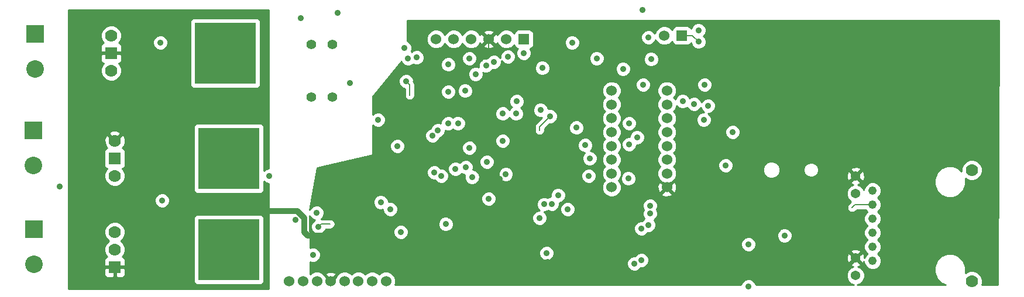
<source format=gbr>
G04 (created by PCBNEW-RS274X (2012-01-19 BZR 3256)-stable) date 11/1/2012 8:28:19 AM*
G01*
G70*
G90*
%MOIN*%
G04 Gerber Fmt 3.4, Leading zero omitted, Abs format*
%FSLAX34Y34*%
G04 APERTURE LIST*
%ADD10C,0.006000*%
%ADD11R,0.070000X0.070000*%
%ADD12C,0.070000*%
%ADD13R,0.350000X0.350000*%
%ADD14R,0.060000X0.060000*%
%ADD15C,0.060000*%
%ADD16C,0.055000*%
%ADD17R,0.100000X0.100000*%
%ADD18C,0.100000*%
%ADD19C,0.054000*%
%ADD20C,0.049000*%
%ADD21C,0.036000*%
%ADD22C,0.035000*%
%ADD23C,0.007000*%
%ADD24C,0.034000*%
%ADD25C,0.010000*%
G04 APERTURE END LIST*
G54D10*
G54D11*
X36200Y-45700D03*
G54D12*
X36200Y-43700D03*
X36200Y-44700D03*
G54D13*
X42700Y-44700D03*
G54D14*
X68500Y-32500D03*
G54D15*
X67500Y-32500D03*
G54D14*
X59500Y-32700D03*
G54D15*
X58500Y-32700D03*
X57500Y-32700D03*
X56500Y-32700D03*
X55500Y-32700D03*
X54500Y-32700D03*
G54D13*
X42500Y-33500D03*
G54D12*
X36000Y-32500D03*
G54D11*
X36000Y-33500D03*
G54D12*
X36000Y-34500D03*
G54D13*
X42700Y-39500D03*
G54D12*
X36200Y-38500D03*
G54D11*
X36200Y-39500D03*
G54D12*
X36200Y-40500D03*
G54D16*
X47409Y-36000D03*
X48591Y-36000D03*
X47409Y-33000D03*
X48591Y-33000D03*
G54D15*
X64500Y-38787D03*
X64500Y-38000D03*
X64500Y-39575D03*
X64500Y-37213D03*
X64500Y-36425D03*
X64500Y-40362D03*
X64500Y-35638D03*
X64500Y-41150D03*
X67650Y-38787D03*
X67650Y-38000D03*
X67650Y-39575D03*
X67650Y-37213D03*
X67650Y-36425D03*
X67650Y-40362D03*
X67650Y-35638D03*
X67650Y-41150D03*
X49287Y-46500D03*
X48500Y-46500D03*
X50075Y-46500D03*
X47713Y-46500D03*
X46925Y-46500D03*
X50862Y-46500D03*
X46138Y-46500D03*
X51650Y-46500D03*
G54D17*
X31600Y-43550D03*
G54D18*
X31600Y-45550D03*
G54D17*
X31650Y-32400D03*
G54D18*
X31650Y-34400D03*
G54D17*
X31550Y-37900D03*
G54D18*
X31550Y-39900D03*
G54D19*
X78400Y-40500D03*
X78400Y-41500D03*
X78400Y-45180D03*
X78400Y-46180D03*
G54D20*
X79370Y-41340D03*
X79370Y-42140D03*
X79370Y-42940D03*
X79370Y-43740D03*
X79370Y-44540D03*
X79370Y-45340D03*
G54D12*
X85020Y-40165D03*
X85020Y-46515D03*
G54D21*
X52800Y-35100D03*
X68550Y-36250D03*
X69750Y-37300D03*
X47800Y-43400D03*
X61000Y-37100D03*
X66600Y-32600D03*
X66750Y-33850D03*
X66250Y-31050D03*
X71400Y-38000D03*
X60550Y-34350D03*
X58600Y-33700D03*
X57400Y-39700D03*
X55200Y-37500D03*
X55600Y-40100D03*
X55200Y-35700D03*
X45000Y-40500D03*
X34300Y-42200D03*
X48000Y-45500D03*
X53450Y-42200D03*
X57020Y-33840D03*
X60850Y-45400D03*
X59000Y-39520D03*
X64750Y-42350D03*
X76200Y-36200D03*
X76300Y-35600D03*
X64100Y-32200D03*
X74040Y-37460D03*
X59020Y-39020D03*
X60800Y-38750D03*
X68680Y-41160D03*
X52200Y-38040D03*
X57100Y-40700D03*
X51400Y-36650D03*
X52920Y-37320D03*
X63900Y-46450D03*
X55880Y-40660D03*
X62800Y-41300D03*
X76300Y-33200D03*
X48300Y-43900D03*
X54740Y-38660D03*
X51200Y-39200D03*
X59800Y-41100D03*
X52400Y-36600D03*
X76300Y-32600D03*
X46800Y-31500D03*
X53600Y-35100D03*
X61900Y-40200D03*
X58120Y-40660D03*
X50450Y-44000D03*
G54D22*
X66240Y-44400D03*
G54D21*
X75100Y-40900D03*
X58700Y-42400D03*
X52700Y-33200D03*
X56750Y-34700D03*
X57350Y-34200D03*
X59500Y-33500D03*
X69800Y-35300D03*
X54400Y-40300D03*
X66300Y-35300D03*
X56200Y-40000D03*
X54800Y-40500D03*
X70000Y-36500D03*
X62500Y-37750D03*
X57500Y-41800D03*
X69200Y-36400D03*
X38800Y-32900D03*
X33050Y-41100D03*
X48900Y-31200D03*
G54D22*
X54300Y-38200D03*
X54600Y-37900D03*
G54D21*
X72300Y-46800D03*
X57800Y-34000D03*
X63650Y-33800D03*
X59100Y-36250D03*
X61450Y-41600D03*
X65500Y-37500D03*
X65150Y-34400D03*
X65500Y-38700D03*
X59050Y-36950D03*
X65950Y-38300D03*
X58300Y-36950D03*
X60450Y-36750D03*
G54D22*
X56400Y-38900D03*
G54D21*
X55750Y-37500D03*
X65450Y-40650D03*
X66200Y-45300D03*
X66200Y-43500D03*
X60800Y-44900D03*
X52500Y-43700D03*
X51900Y-42400D03*
X46500Y-43000D03*
X63250Y-39500D03*
X63000Y-38750D03*
X61100Y-42100D03*
X66700Y-42200D03*
X66701Y-42642D03*
X60648Y-42120D03*
X63200Y-40500D03*
X74350Y-43900D03*
X52300Y-38800D03*
X52900Y-33800D03*
X47500Y-45000D03*
X66600Y-43300D03*
X51350Y-42000D03*
X69450Y-32850D03*
X62250Y-32900D03*
X72300Y-44400D03*
X58475Y-40400D03*
X71000Y-39900D03*
X56550Y-40575D03*
G54D22*
X65800Y-45500D03*
G54D21*
X47700Y-42600D03*
X55200Y-34150D03*
X49600Y-35200D03*
X51200Y-37300D03*
X69450Y-32200D03*
X56150Y-35650D03*
X62000Y-42400D03*
X38900Y-41900D03*
X58300Y-38500D03*
X53400Y-33750D03*
X60400Y-42900D03*
X56400Y-33800D03*
X55050Y-43250D03*
G54D23*
X47960Y-43240D02*
X47800Y-43400D01*
X60400Y-37700D02*
X61000Y-37100D01*
X60400Y-37900D02*
X60400Y-37700D01*
X48460Y-43240D02*
X47960Y-43240D01*
X53000Y-35300D02*
X52800Y-35100D01*
X53000Y-35900D02*
X53000Y-35300D01*
X53200Y-35100D02*
X53600Y-35100D01*
X57400Y-33840D02*
X57020Y-33840D01*
X57500Y-33740D02*
X57400Y-33840D01*
G54D24*
X47000Y-43700D02*
X47200Y-43900D01*
X34300Y-42200D02*
X37800Y-42200D01*
X38200Y-42600D02*
X40200Y-42600D01*
X47200Y-43900D02*
X48300Y-43900D01*
X40300Y-42500D02*
X46600Y-42500D01*
X46600Y-42500D02*
X47000Y-42900D01*
X40200Y-42600D02*
X40300Y-42500D01*
X47000Y-42900D02*
X47000Y-43700D01*
X37800Y-42200D02*
X38200Y-42600D01*
G54D23*
X57500Y-32700D02*
X57500Y-33740D01*
X60800Y-38750D02*
X61000Y-38750D01*
X78360Y-42140D02*
X78200Y-42300D01*
X79370Y-42140D02*
X78360Y-42140D01*
X69100Y-32500D02*
X69450Y-32850D01*
X68500Y-32500D02*
X69100Y-32500D01*
G54D10*
G36*
X86550Y-31650D02*
X86500Y-46700D01*
X85591Y-46700D01*
X85619Y-46634D01*
X85619Y-46396D01*
X85619Y-40284D01*
X85619Y-40046D01*
X85528Y-39826D01*
X85359Y-39657D01*
X85139Y-39566D01*
X84901Y-39566D01*
X84681Y-39657D01*
X84512Y-39826D01*
X84421Y-40046D01*
X84421Y-40232D01*
X84275Y-40086D01*
X83948Y-39950D01*
X83594Y-39950D01*
X83267Y-40085D01*
X83016Y-40335D01*
X82880Y-40662D01*
X82880Y-41016D01*
X83015Y-41343D01*
X83265Y-41594D01*
X83592Y-41730D01*
X83946Y-41730D01*
X84273Y-41595D01*
X84524Y-41345D01*
X84660Y-41018D01*
X84660Y-40664D01*
X84651Y-40643D01*
X84681Y-40673D01*
X84901Y-40764D01*
X85139Y-40764D01*
X85359Y-40673D01*
X85528Y-40504D01*
X85619Y-40284D01*
X85619Y-46396D01*
X85528Y-46176D01*
X85359Y-46007D01*
X85139Y-45916D01*
X84901Y-45916D01*
X84681Y-46007D01*
X84652Y-46035D01*
X84660Y-46018D01*
X84660Y-45664D01*
X84525Y-45337D01*
X84275Y-45086D01*
X83948Y-44950D01*
X83594Y-44950D01*
X83267Y-45085D01*
X83016Y-45335D01*
X82880Y-45662D01*
X82880Y-46016D01*
X83015Y-46343D01*
X83265Y-46594D01*
X83519Y-46700D01*
X79864Y-46700D01*
X79864Y-45439D01*
X79864Y-45242D01*
X79789Y-45060D01*
X79669Y-44940D01*
X79789Y-44820D01*
X79864Y-44639D01*
X79864Y-44442D01*
X79789Y-44260D01*
X79669Y-44140D01*
X79789Y-44020D01*
X79864Y-43839D01*
X79864Y-43642D01*
X79789Y-43460D01*
X79669Y-43340D01*
X79789Y-43220D01*
X79864Y-43039D01*
X79864Y-42842D01*
X79789Y-42660D01*
X79669Y-42540D01*
X79789Y-42420D01*
X79864Y-42239D01*
X79864Y-42042D01*
X79789Y-41860D01*
X79669Y-41740D01*
X79789Y-41620D01*
X79864Y-41439D01*
X79864Y-41242D01*
X79789Y-41060D01*
X79650Y-40921D01*
X79469Y-40846D01*
X79272Y-40846D01*
X79090Y-40921D01*
X78951Y-41060D01*
X78915Y-41146D01*
X78915Y-40572D01*
X78903Y-40370D01*
X78848Y-40236D01*
X78757Y-40214D01*
X78686Y-40285D01*
X78686Y-40143D01*
X78664Y-40052D01*
X78472Y-39985D01*
X78270Y-39997D01*
X78136Y-40052D01*
X78114Y-40143D01*
X78400Y-40429D01*
X78686Y-40143D01*
X78686Y-40285D01*
X78471Y-40500D01*
X78757Y-40786D01*
X78848Y-40764D01*
X78915Y-40572D01*
X78915Y-41146D01*
X78876Y-41241D01*
X78876Y-41290D01*
X78841Y-41206D01*
X78695Y-41059D01*
X78544Y-40996D01*
X78664Y-40948D01*
X78686Y-40857D01*
X78400Y-40571D01*
X78329Y-40642D01*
X78329Y-40500D01*
X78043Y-40214D01*
X77952Y-40236D01*
X77885Y-40428D01*
X77897Y-40630D01*
X77952Y-40764D01*
X78043Y-40786D01*
X78329Y-40500D01*
X78329Y-40642D01*
X78114Y-40857D01*
X78136Y-40948D01*
X78265Y-40993D01*
X78106Y-41059D01*
X77959Y-41205D01*
X77880Y-41396D01*
X77880Y-41603D01*
X77959Y-41794D01*
X78105Y-41941D01*
X78141Y-41955D01*
X77998Y-42098D01*
X77937Y-42191D01*
X77914Y-42300D01*
X77937Y-42409D01*
X77998Y-42502D01*
X78091Y-42563D01*
X78200Y-42586D01*
X78309Y-42563D01*
X78402Y-42502D01*
X78478Y-42425D01*
X78956Y-42425D01*
X79071Y-42540D01*
X78951Y-42660D01*
X78876Y-42841D01*
X78876Y-43038D01*
X78951Y-43220D01*
X79071Y-43340D01*
X78951Y-43460D01*
X78876Y-43641D01*
X78876Y-43838D01*
X78951Y-44020D01*
X79071Y-44140D01*
X78951Y-44260D01*
X78876Y-44441D01*
X78876Y-44638D01*
X78951Y-44820D01*
X79071Y-44940D01*
X78951Y-45060D01*
X78909Y-45160D01*
X78903Y-45050D01*
X78848Y-44916D01*
X78757Y-44894D01*
X78686Y-44965D01*
X78686Y-44823D01*
X78664Y-44732D01*
X78472Y-44665D01*
X78270Y-44677D01*
X78136Y-44732D01*
X78114Y-44823D01*
X78400Y-45109D01*
X78686Y-44823D01*
X78686Y-44965D01*
X78471Y-45180D01*
X78757Y-45466D01*
X78848Y-45444D01*
X78876Y-45363D01*
X78876Y-45438D01*
X78951Y-45620D01*
X79090Y-45759D01*
X79271Y-45834D01*
X79468Y-45834D01*
X79650Y-45759D01*
X79789Y-45620D01*
X79864Y-45439D01*
X79864Y-46700D01*
X78503Y-46700D01*
X78694Y-46621D01*
X78841Y-46475D01*
X78920Y-46284D01*
X78920Y-46077D01*
X78841Y-45886D01*
X78695Y-45739D01*
X78544Y-45676D01*
X78664Y-45628D01*
X78686Y-45537D01*
X78400Y-45251D01*
X78329Y-45322D01*
X78329Y-45180D01*
X78043Y-44894D01*
X77952Y-44916D01*
X77885Y-45108D01*
X77897Y-45310D01*
X77952Y-45444D01*
X78043Y-45466D01*
X78329Y-45180D01*
X78329Y-45322D01*
X78114Y-45537D01*
X78136Y-45628D01*
X78265Y-45673D01*
X78106Y-45739D01*
X77959Y-45885D01*
X77880Y-46076D01*
X77880Y-46283D01*
X77959Y-46474D01*
X78105Y-46621D01*
X78296Y-46700D01*
X76291Y-46700D01*
X76291Y-40236D01*
X76291Y-40066D01*
X76226Y-39909D01*
X76107Y-39789D01*
X75950Y-39723D01*
X75780Y-39723D01*
X75623Y-39788D01*
X75503Y-39907D01*
X75437Y-40064D01*
X75437Y-40234D01*
X75502Y-40391D01*
X75621Y-40511D01*
X75778Y-40577D01*
X75948Y-40577D01*
X76105Y-40512D01*
X76225Y-40393D01*
X76291Y-40236D01*
X76291Y-46700D01*
X74780Y-46700D01*
X74780Y-43986D01*
X74780Y-43815D01*
X74715Y-43657D01*
X74594Y-43536D01*
X74436Y-43470D01*
X74265Y-43470D01*
X74107Y-43535D01*
X74086Y-43556D01*
X74086Y-40247D01*
X74086Y-40054D01*
X74012Y-39875D01*
X73876Y-39738D01*
X73697Y-39664D01*
X73504Y-39664D01*
X73325Y-39738D01*
X73188Y-39874D01*
X73114Y-40053D01*
X73114Y-40246D01*
X73188Y-40425D01*
X73324Y-40562D01*
X73503Y-40636D01*
X73696Y-40636D01*
X73875Y-40562D01*
X74012Y-40426D01*
X74086Y-40247D01*
X74086Y-43556D01*
X73986Y-43656D01*
X73920Y-43814D01*
X73920Y-43985D01*
X73985Y-44143D01*
X74106Y-44264D01*
X74264Y-44330D01*
X74435Y-44330D01*
X74593Y-44265D01*
X74714Y-44144D01*
X74780Y-43986D01*
X74780Y-46700D01*
X72730Y-46700D01*
X72730Y-44486D01*
X72730Y-44315D01*
X72665Y-44157D01*
X72544Y-44036D01*
X72386Y-43970D01*
X72215Y-43970D01*
X72057Y-44035D01*
X71936Y-44156D01*
X71870Y-44314D01*
X71870Y-44485D01*
X71935Y-44643D01*
X72056Y-44764D01*
X72214Y-44830D01*
X72385Y-44830D01*
X72543Y-44765D01*
X72664Y-44644D01*
X72730Y-44486D01*
X72730Y-46700D01*
X72723Y-46700D01*
X72665Y-46557D01*
X72544Y-46436D01*
X72386Y-46370D01*
X72215Y-46370D01*
X72057Y-46435D01*
X71936Y-46556D01*
X71875Y-46700D01*
X71830Y-46700D01*
X71830Y-38086D01*
X71830Y-37915D01*
X71765Y-37757D01*
X71644Y-37636D01*
X71486Y-37570D01*
X71315Y-37570D01*
X71157Y-37635D01*
X71036Y-37756D01*
X70970Y-37914D01*
X70970Y-38085D01*
X71035Y-38243D01*
X71156Y-38364D01*
X71314Y-38430D01*
X71485Y-38430D01*
X71643Y-38365D01*
X71764Y-38244D01*
X71830Y-38086D01*
X71830Y-46700D01*
X71430Y-46700D01*
X71430Y-39986D01*
X71430Y-39815D01*
X71365Y-39657D01*
X71244Y-39536D01*
X71086Y-39470D01*
X70915Y-39470D01*
X70757Y-39535D01*
X70636Y-39656D01*
X70570Y-39814D01*
X70570Y-39985D01*
X70635Y-40143D01*
X70756Y-40264D01*
X70914Y-40330D01*
X71085Y-40330D01*
X71243Y-40265D01*
X71364Y-40144D01*
X71430Y-39986D01*
X71430Y-46700D01*
X70430Y-46700D01*
X70430Y-36586D01*
X70430Y-36415D01*
X70365Y-36257D01*
X70244Y-36136D01*
X70230Y-36130D01*
X70230Y-35386D01*
X70230Y-35215D01*
X70165Y-35057D01*
X70044Y-34936D01*
X69886Y-34870D01*
X69880Y-34870D01*
X69880Y-32936D01*
X69880Y-32765D01*
X69815Y-32607D01*
X69733Y-32525D01*
X69814Y-32444D01*
X69880Y-32286D01*
X69880Y-32115D01*
X69815Y-31957D01*
X69694Y-31836D01*
X69536Y-31770D01*
X69365Y-31770D01*
X69207Y-31835D01*
X69086Y-31956D01*
X69026Y-32097D01*
X69011Y-32059D01*
X68941Y-31989D01*
X68850Y-31951D01*
X68751Y-31951D01*
X68151Y-31951D01*
X68059Y-31989D01*
X67989Y-32059D01*
X67951Y-32150D01*
X67951Y-32175D01*
X67811Y-32035D01*
X67609Y-31951D01*
X67391Y-31951D01*
X67189Y-32035D01*
X67035Y-32189D01*
X66965Y-32357D01*
X66844Y-32236D01*
X66686Y-32170D01*
X66515Y-32170D01*
X66357Y-32235D01*
X66236Y-32356D01*
X66170Y-32514D01*
X66170Y-32685D01*
X66235Y-32843D01*
X66356Y-32964D01*
X66514Y-33030D01*
X66685Y-33030D01*
X66843Y-32965D01*
X66964Y-32844D01*
X67006Y-32742D01*
X67035Y-32811D01*
X67189Y-32965D01*
X67391Y-33049D01*
X67609Y-33049D01*
X67811Y-32965D01*
X67951Y-32825D01*
X67951Y-32849D01*
X67989Y-32941D01*
X68059Y-33011D01*
X68150Y-33049D01*
X68249Y-33049D01*
X68849Y-33049D01*
X68941Y-33011D01*
X69011Y-32941D01*
X69020Y-32919D01*
X69020Y-32935D01*
X69085Y-33093D01*
X69206Y-33214D01*
X69364Y-33280D01*
X69535Y-33280D01*
X69693Y-33215D01*
X69814Y-33094D01*
X69880Y-32936D01*
X69880Y-34870D01*
X69715Y-34870D01*
X69557Y-34935D01*
X69436Y-35056D01*
X69370Y-35214D01*
X69370Y-35385D01*
X69435Y-35543D01*
X69556Y-35664D01*
X69714Y-35730D01*
X69885Y-35730D01*
X70043Y-35665D01*
X70164Y-35544D01*
X70230Y-35386D01*
X70230Y-36130D01*
X70086Y-36070D01*
X69915Y-36070D01*
X69757Y-36135D01*
X69636Y-36256D01*
X69620Y-36292D01*
X69565Y-36157D01*
X69444Y-36036D01*
X69286Y-35970D01*
X69115Y-35970D01*
X68957Y-36035D01*
X68935Y-36056D01*
X68915Y-36007D01*
X68794Y-35886D01*
X68636Y-35820D01*
X68465Y-35820D01*
X68307Y-35885D01*
X68186Y-36006D01*
X68127Y-36145D01*
X68115Y-36114D01*
X68032Y-36031D01*
X68115Y-35949D01*
X68199Y-35747D01*
X68199Y-35529D01*
X68115Y-35327D01*
X67961Y-35173D01*
X67759Y-35089D01*
X67541Y-35089D01*
X67339Y-35173D01*
X67185Y-35327D01*
X67180Y-35339D01*
X67180Y-33936D01*
X67180Y-33765D01*
X67115Y-33607D01*
X66994Y-33486D01*
X66836Y-33420D01*
X66665Y-33420D01*
X66507Y-33485D01*
X66386Y-33606D01*
X66320Y-33764D01*
X66320Y-33935D01*
X66385Y-34093D01*
X66506Y-34214D01*
X66664Y-34280D01*
X66835Y-34280D01*
X66993Y-34215D01*
X67114Y-34094D01*
X67180Y-33936D01*
X67180Y-35339D01*
X67101Y-35529D01*
X67101Y-35747D01*
X67185Y-35949D01*
X67267Y-36031D01*
X67185Y-36114D01*
X67101Y-36316D01*
X67101Y-36534D01*
X67185Y-36736D01*
X67268Y-36819D01*
X67185Y-36902D01*
X67101Y-37104D01*
X67101Y-37322D01*
X67185Y-37524D01*
X67267Y-37606D01*
X67185Y-37689D01*
X67101Y-37891D01*
X67101Y-38109D01*
X67185Y-38311D01*
X67267Y-38393D01*
X67185Y-38476D01*
X67101Y-38678D01*
X67101Y-38896D01*
X67185Y-39098D01*
X67268Y-39181D01*
X67185Y-39264D01*
X67101Y-39466D01*
X67101Y-39684D01*
X67185Y-39886D01*
X67267Y-39968D01*
X67185Y-40051D01*
X67101Y-40253D01*
X67101Y-40471D01*
X67185Y-40673D01*
X67339Y-40827D01*
X67438Y-40868D01*
X67650Y-41079D01*
X67861Y-40868D01*
X67961Y-40827D01*
X68115Y-40673D01*
X68199Y-40471D01*
X68199Y-40253D01*
X68115Y-40051D01*
X68032Y-39968D01*
X68115Y-39886D01*
X68199Y-39684D01*
X68199Y-39466D01*
X68115Y-39264D01*
X68032Y-39181D01*
X68115Y-39098D01*
X68199Y-38896D01*
X68199Y-38678D01*
X68115Y-38476D01*
X68032Y-38393D01*
X68115Y-38311D01*
X68199Y-38109D01*
X68199Y-37891D01*
X68115Y-37689D01*
X68032Y-37606D01*
X68115Y-37524D01*
X68199Y-37322D01*
X68199Y-37104D01*
X68115Y-36902D01*
X68032Y-36819D01*
X68115Y-36736D01*
X68199Y-36534D01*
X68199Y-36507D01*
X68306Y-36614D01*
X68464Y-36680D01*
X68635Y-36680D01*
X68793Y-36615D01*
X68814Y-36593D01*
X68835Y-36643D01*
X68956Y-36764D01*
X69114Y-36830D01*
X69285Y-36830D01*
X69443Y-36765D01*
X69564Y-36644D01*
X69579Y-36607D01*
X69635Y-36743D01*
X69756Y-36864D01*
X69770Y-36870D01*
X69665Y-36870D01*
X69507Y-36935D01*
X69386Y-37056D01*
X69320Y-37214D01*
X69320Y-37385D01*
X69385Y-37543D01*
X69506Y-37664D01*
X69664Y-37730D01*
X69835Y-37730D01*
X69993Y-37665D01*
X70114Y-37544D01*
X70180Y-37386D01*
X70180Y-37215D01*
X70115Y-37057D01*
X69994Y-36936D01*
X69979Y-36930D01*
X70085Y-36930D01*
X70243Y-36865D01*
X70364Y-36744D01*
X70430Y-36586D01*
X70430Y-46700D01*
X68193Y-46700D01*
X68193Y-41229D01*
X68182Y-41016D01*
X68122Y-40869D01*
X68028Y-40842D01*
X67721Y-41150D01*
X68028Y-41458D01*
X68122Y-41431D01*
X68193Y-41229D01*
X68193Y-46700D01*
X67958Y-46700D01*
X67958Y-41528D01*
X67650Y-41221D01*
X67579Y-41291D01*
X67579Y-41150D01*
X67272Y-40842D01*
X67178Y-40869D01*
X67107Y-41071D01*
X67118Y-41284D01*
X67178Y-41431D01*
X67272Y-41458D01*
X67579Y-41150D01*
X67579Y-41291D01*
X67342Y-41528D01*
X67369Y-41622D01*
X67571Y-41693D01*
X67784Y-41682D01*
X67931Y-41622D01*
X67958Y-41528D01*
X67958Y-46700D01*
X67131Y-46700D01*
X67131Y-42728D01*
X67131Y-42557D01*
X67074Y-42419D01*
X67130Y-42286D01*
X67130Y-42115D01*
X67065Y-41957D01*
X66944Y-41836D01*
X66786Y-41770D01*
X66730Y-41770D01*
X66730Y-35386D01*
X66730Y-35215D01*
X66665Y-35057D01*
X66544Y-34936D01*
X66386Y-34870D01*
X66215Y-34870D01*
X66057Y-34935D01*
X65936Y-35056D01*
X65870Y-35214D01*
X65870Y-35385D01*
X65935Y-35543D01*
X66056Y-35664D01*
X66214Y-35730D01*
X66385Y-35730D01*
X66543Y-35665D01*
X66664Y-35544D01*
X66730Y-35386D01*
X66730Y-41770D01*
X66615Y-41770D01*
X66457Y-41835D01*
X66380Y-41912D01*
X66380Y-38386D01*
X66380Y-38215D01*
X66315Y-38057D01*
X66194Y-37936D01*
X66036Y-37870D01*
X65930Y-37870D01*
X65930Y-37586D01*
X65930Y-37415D01*
X65865Y-37257D01*
X65744Y-37136D01*
X65586Y-37070D01*
X65580Y-37070D01*
X65580Y-34486D01*
X65580Y-34315D01*
X65515Y-34157D01*
X65394Y-34036D01*
X65236Y-33970D01*
X65065Y-33970D01*
X64907Y-34035D01*
X64786Y-34156D01*
X64720Y-34314D01*
X64720Y-34485D01*
X64785Y-34643D01*
X64906Y-34764D01*
X65064Y-34830D01*
X65235Y-34830D01*
X65393Y-34765D01*
X65514Y-34644D01*
X65580Y-34486D01*
X65580Y-37070D01*
X65415Y-37070D01*
X65257Y-37135D01*
X65136Y-37256D01*
X65070Y-37414D01*
X65070Y-37585D01*
X65135Y-37743D01*
X65256Y-37864D01*
X65414Y-37930D01*
X65585Y-37930D01*
X65743Y-37865D01*
X65864Y-37744D01*
X65930Y-37586D01*
X65930Y-37870D01*
X65865Y-37870D01*
X65707Y-37935D01*
X65586Y-38056D01*
X65520Y-38214D01*
X65520Y-38270D01*
X65415Y-38270D01*
X65257Y-38335D01*
X65136Y-38456D01*
X65070Y-38614D01*
X65070Y-38785D01*
X65135Y-38943D01*
X65256Y-39064D01*
X65414Y-39130D01*
X65585Y-39130D01*
X65743Y-39065D01*
X65864Y-38944D01*
X65930Y-38786D01*
X65930Y-38730D01*
X66035Y-38730D01*
X66193Y-38665D01*
X66314Y-38544D01*
X66380Y-38386D01*
X66380Y-41912D01*
X66336Y-41956D01*
X66270Y-42114D01*
X66270Y-42285D01*
X66326Y-42422D01*
X66271Y-42556D01*
X66271Y-42727D01*
X66336Y-42885D01*
X66377Y-42926D01*
X66357Y-42935D01*
X66236Y-43056D01*
X66230Y-43070D01*
X66115Y-43070D01*
X65957Y-43135D01*
X65880Y-43212D01*
X65880Y-40736D01*
X65880Y-40565D01*
X65815Y-40407D01*
X65694Y-40286D01*
X65536Y-40220D01*
X65365Y-40220D01*
X65207Y-40285D01*
X65086Y-40406D01*
X65020Y-40564D01*
X65020Y-40735D01*
X65085Y-40893D01*
X65206Y-41014D01*
X65364Y-41080D01*
X65535Y-41080D01*
X65693Y-41015D01*
X65814Y-40894D01*
X65880Y-40736D01*
X65880Y-43212D01*
X65836Y-43256D01*
X65770Y-43414D01*
X65770Y-43585D01*
X65835Y-43743D01*
X65956Y-43864D01*
X66114Y-43930D01*
X66285Y-43930D01*
X66443Y-43865D01*
X66564Y-43744D01*
X66569Y-43730D01*
X66685Y-43730D01*
X66843Y-43665D01*
X66964Y-43544D01*
X67030Y-43386D01*
X67030Y-43215D01*
X66965Y-43057D01*
X66923Y-43015D01*
X66944Y-43007D01*
X67065Y-42886D01*
X67131Y-42728D01*
X67131Y-46700D01*
X66630Y-46700D01*
X66630Y-45386D01*
X66630Y-45215D01*
X66565Y-45057D01*
X66444Y-44936D01*
X66286Y-44870D01*
X66115Y-44870D01*
X65957Y-44935D01*
X65836Y-45056D01*
X65828Y-45075D01*
X65716Y-45075D01*
X65560Y-45139D01*
X65440Y-45259D01*
X65375Y-45415D01*
X65375Y-45584D01*
X65439Y-45740D01*
X65559Y-45860D01*
X65715Y-45925D01*
X65884Y-45925D01*
X66040Y-45861D01*
X66160Y-45741D01*
X66164Y-45730D01*
X66285Y-45730D01*
X66443Y-45665D01*
X66564Y-45544D01*
X66630Y-45386D01*
X66630Y-46700D01*
X65049Y-46700D01*
X65049Y-41259D01*
X65049Y-41041D01*
X64965Y-40839D01*
X64882Y-40756D01*
X64965Y-40673D01*
X65049Y-40471D01*
X65049Y-40253D01*
X64965Y-40051D01*
X64882Y-39968D01*
X64965Y-39886D01*
X65049Y-39684D01*
X65049Y-39466D01*
X64965Y-39264D01*
X64882Y-39181D01*
X64965Y-39098D01*
X65049Y-38896D01*
X65049Y-38678D01*
X64965Y-38476D01*
X64882Y-38393D01*
X64965Y-38311D01*
X65049Y-38109D01*
X65049Y-37891D01*
X64965Y-37689D01*
X64882Y-37606D01*
X64965Y-37524D01*
X65049Y-37322D01*
X65049Y-37104D01*
X64965Y-36902D01*
X64882Y-36819D01*
X64965Y-36736D01*
X65049Y-36534D01*
X65049Y-36316D01*
X64965Y-36114D01*
X64882Y-36031D01*
X64965Y-35949D01*
X65049Y-35747D01*
X65049Y-35529D01*
X64965Y-35327D01*
X64811Y-35173D01*
X64609Y-35089D01*
X64391Y-35089D01*
X64189Y-35173D01*
X64080Y-35282D01*
X64080Y-33886D01*
X64080Y-33715D01*
X64015Y-33557D01*
X63894Y-33436D01*
X63736Y-33370D01*
X63565Y-33370D01*
X63407Y-33435D01*
X63286Y-33556D01*
X63220Y-33714D01*
X63220Y-33885D01*
X63285Y-34043D01*
X63406Y-34164D01*
X63564Y-34230D01*
X63735Y-34230D01*
X63893Y-34165D01*
X64014Y-34044D01*
X64080Y-33886D01*
X64080Y-35282D01*
X64035Y-35327D01*
X63951Y-35529D01*
X63951Y-35747D01*
X64035Y-35949D01*
X64117Y-36031D01*
X64035Y-36114D01*
X63951Y-36316D01*
X63951Y-36534D01*
X64035Y-36736D01*
X64118Y-36819D01*
X64035Y-36902D01*
X63951Y-37104D01*
X63951Y-37322D01*
X64035Y-37524D01*
X64117Y-37606D01*
X64035Y-37689D01*
X63951Y-37891D01*
X63951Y-38109D01*
X64035Y-38311D01*
X64117Y-38393D01*
X64035Y-38476D01*
X63951Y-38678D01*
X63951Y-38896D01*
X64035Y-39098D01*
X64118Y-39181D01*
X64035Y-39264D01*
X63951Y-39466D01*
X63951Y-39684D01*
X64035Y-39886D01*
X64117Y-39968D01*
X64035Y-40051D01*
X63951Y-40253D01*
X63951Y-40471D01*
X64035Y-40673D01*
X64118Y-40756D01*
X64035Y-40839D01*
X63951Y-41041D01*
X63951Y-41259D01*
X64035Y-41461D01*
X64189Y-41615D01*
X64391Y-41699D01*
X64609Y-41699D01*
X64811Y-41615D01*
X64965Y-41461D01*
X65049Y-41259D01*
X65049Y-46700D01*
X63680Y-46700D01*
X63680Y-39586D01*
X63680Y-39415D01*
X63615Y-39257D01*
X63494Y-39136D01*
X63336Y-39070D01*
X63288Y-39070D01*
X63364Y-38994D01*
X63430Y-38836D01*
X63430Y-38665D01*
X63365Y-38507D01*
X63244Y-38386D01*
X63086Y-38320D01*
X62930Y-38320D01*
X62930Y-37836D01*
X62930Y-37665D01*
X62865Y-37507D01*
X62744Y-37386D01*
X62680Y-37359D01*
X62680Y-32986D01*
X62680Y-32815D01*
X62615Y-32657D01*
X62494Y-32536D01*
X62336Y-32470D01*
X62165Y-32470D01*
X62007Y-32535D01*
X61886Y-32656D01*
X61820Y-32814D01*
X61820Y-32985D01*
X61885Y-33143D01*
X62006Y-33264D01*
X62164Y-33330D01*
X62335Y-33330D01*
X62493Y-33265D01*
X62614Y-33144D01*
X62680Y-32986D01*
X62680Y-37359D01*
X62586Y-37320D01*
X62415Y-37320D01*
X62257Y-37385D01*
X62136Y-37506D01*
X62070Y-37664D01*
X62070Y-37835D01*
X62135Y-37993D01*
X62256Y-38114D01*
X62414Y-38180D01*
X62585Y-38180D01*
X62743Y-38115D01*
X62864Y-37994D01*
X62930Y-37836D01*
X62930Y-38320D01*
X62915Y-38320D01*
X62757Y-38385D01*
X62636Y-38506D01*
X62570Y-38664D01*
X62570Y-38835D01*
X62635Y-38993D01*
X62756Y-39114D01*
X62914Y-39180D01*
X62962Y-39180D01*
X62886Y-39256D01*
X62820Y-39414D01*
X62820Y-39585D01*
X62885Y-39743D01*
X63006Y-39864D01*
X63164Y-39930D01*
X63335Y-39930D01*
X63493Y-39865D01*
X63614Y-39744D01*
X63680Y-39586D01*
X63680Y-46700D01*
X63630Y-46700D01*
X63630Y-40586D01*
X63630Y-40415D01*
X63565Y-40257D01*
X63444Y-40136D01*
X63286Y-40070D01*
X63115Y-40070D01*
X62957Y-40135D01*
X62836Y-40256D01*
X62770Y-40414D01*
X62770Y-40585D01*
X62835Y-40743D01*
X62956Y-40864D01*
X63114Y-40930D01*
X63285Y-40930D01*
X63443Y-40865D01*
X63564Y-40744D01*
X63630Y-40586D01*
X63630Y-46700D01*
X62430Y-46700D01*
X62430Y-42486D01*
X62430Y-42315D01*
X62365Y-42157D01*
X62244Y-42036D01*
X62086Y-41970D01*
X61915Y-41970D01*
X61880Y-41984D01*
X61880Y-41686D01*
X61880Y-41515D01*
X61815Y-41357D01*
X61694Y-41236D01*
X61536Y-41170D01*
X61430Y-41170D01*
X61430Y-37186D01*
X61430Y-37015D01*
X61365Y-36857D01*
X61244Y-36736D01*
X61086Y-36670D01*
X60980Y-36670D01*
X60980Y-34436D01*
X60980Y-34265D01*
X60915Y-34107D01*
X60794Y-33986D01*
X60636Y-33920D01*
X60465Y-33920D01*
X60307Y-33985D01*
X60186Y-34106D01*
X60120Y-34264D01*
X60120Y-34435D01*
X60185Y-34593D01*
X60306Y-34714D01*
X60464Y-34780D01*
X60635Y-34780D01*
X60793Y-34715D01*
X60914Y-34594D01*
X60980Y-34436D01*
X60980Y-36670D01*
X60915Y-36670D01*
X60880Y-36684D01*
X60880Y-36665D01*
X60815Y-36507D01*
X60694Y-36386D01*
X60536Y-36320D01*
X60365Y-36320D01*
X60207Y-36385D01*
X60086Y-36506D01*
X60049Y-36594D01*
X60049Y-33050D01*
X60049Y-32951D01*
X60049Y-32351D01*
X60011Y-32259D01*
X59941Y-32189D01*
X59850Y-32151D01*
X59751Y-32151D01*
X59151Y-32151D01*
X59059Y-32189D01*
X58989Y-32259D01*
X58951Y-32350D01*
X58951Y-32375D01*
X58811Y-32235D01*
X58609Y-32151D01*
X58391Y-32151D01*
X58189Y-32235D01*
X58035Y-32389D01*
X57997Y-32480D01*
X57972Y-32419D01*
X57878Y-32392D01*
X57808Y-32462D01*
X57808Y-32322D01*
X57781Y-32228D01*
X57579Y-32157D01*
X57366Y-32168D01*
X57219Y-32228D01*
X57192Y-32322D01*
X57500Y-32629D01*
X57808Y-32322D01*
X57808Y-32462D01*
X57571Y-32700D01*
X57878Y-33008D01*
X57972Y-32981D01*
X57995Y-32915D01*
X58035Y-33011D01*
X58189Y-33165D01*
X58391Y-33249D01*
X58609Y-33249D01*
X58811Y-33165D01*
X58951Y-33025D01*
X58951Y-33049D01*
X58989Y-33141D01*
X59059Y-33211D01*
X59145Y-33246D01*
X59136Y-33256D01*
X59070Y-33414D01*
X59070Y-33585D01*
X59135Y-33743D01*
X59256Y-33864D01*
X59414Y-33930D01*
X59585Y-33930D01*
X59743Y-33865D01*
X59864Y-33744D01*
X59930Y-33586D01*
X59930Y-33415D01*
X59865Y-33257D01*
X59854Y-33246D01*
X59941Y-33211D01*
X60011Y-33141D01*
X60049Y-33050D01*
X60049Y-36594D01*
X60020Y-36664D01*
X60020Y-36835D01*
X60085Y-36993D01*
X60206Y-37114D01*
X60364Y-37180D01*
X60516Y-37180D01*
X60198Y-37498D01*
X60137Y-37591D01*
X60114Y-37700D01*
X60115Y-37704D01*
X60115Y-37900D01*
X60137Y-38009D01*
X60198Y-38102D01*
X60291Y-38163D01*
X60400Y-38185D01*
X60509Y-38163D01*
X60602Y-38102D01*
X60663Y-38009D01*
X60685Y-37900D01*
X60685Y-37818D01*
X60973Y-37530D01*
X61085Y-37530D01*
X61243Y-37465D01*
X61364Y-37344D01*
X61430Y-37186D01*
X61430Y-41170D01*
X61365Y-41170D01*
X61207Y-41235D01*
X61086Y-41356D01*
X61020Y-41514D01*
X61020Y-41670D01*
X61015Y-41670D01*
X60857Y-41735D01*
X60852Y-41739D01*
X60734Y-41690D01*
X60563Y-41690D01*
X60405Y-41755D01*
X60284Y-41876D01*
X60218Y-42034D01*
X60218Y-42205D01*
X60283Y-42363D01*
X60390Y-42470D01*
X60315Y-42470D01*
X60157Y-42535D01*
X60036Y-42656D01*
X59970Y-42814D01*
X59970Y-42985D01*
X60035Y-43143D01*
X60156Y-43264D01*
X60314Y-43330D01*
X60485Y-43330D01*
X60643Y-43265D01*
X60764Y-43144D01*
X60830Y-42986D01*
X60830Y-42815D01*
X60765Y-42657D01*
X60658Y-42550D01*
X60733Y-42550D01*
X60891Y-42485D01*
X60895Y-42480D01*
X61014Y-42530D01*
X61185Y-42530D01*
X61343Y-42465D01*
X61464Y-42344D01*
X61530Y-42186D01*
X61530Y-42030D01*
X61535Y-42030D01*
X61693Y-41965D01*
X61814Y-41844D01*
X61880Y-41686D01*
X61880Y-41984D01*
X61757Y-42035D01*
X61636Y-42156D01*
X61570Y-42314D01*
X61570Y-42485D01*
X61635Y-42643D01*
X61756Y-42764D01*
X61914Y-42830D01*
X62085Y-42830D01*
X62243Y-42765D01*
X62364Y-42644D01*
X62430Y-42486D01*
X62430Y-46700D01*
X61230Y-46700D01*
X61230Y-44986D01*
X61230Y-44815D01*
X61165Y-44657D01*
X61044Y-44536D01*
X60886Y-44470D01*
X60715Y-44470D01*
X60557Y-44535D01*
X60436Y-44656D01*
X60370Y-44814D01*
X60370Y-44985D01*
X60435Y-45143D01*
X60556Y-45264D01*
X60714Y-45330D01*
X60885Y-45330D01*
X61043Y-45265D01*
X61164Y-45144D01*
X61230Y-44986D01*
X61230Y-46700D01*
X59530Y-46700D01*
X59530Y-36336D01*
X59530Y-36165D01*
X59465Y-36007D01*
X59344Y-35886D01*
X59186Y-35820D01*
X59030Y-35820D01*
X59030Y-33786D01*
X59030Y-33615D01*
X58965Y-33457D01*
X58844Y-33336D01*
X58686Y-33270D01*
X58515Y-33270D01*
X58357Y-33335D01*
X58236Y-33456D01*
X58170Y-33614D01*
X58170Y-33769D01*
X58165Y-33757D01*
X58044Y-33636D01*
X57886Y-33570D01*
X57808Y-33570D01*
X57808Y-33078D01*
X57500Y-32771D01*
X57429Y-32841D01*
X57429Y-32700D01*
X57122Y-32392D01*
X57028Y-32419D01*
X57004Y-32484D01*
X56965Y-32389D01*
X56811Y-32235D01*
X56609Y-32151D01*
X56391Y-32151D01*
X56189Y-32235D01*
X56035Y-32389D01*
X56000Y-32473D01*
X55965Y-32389D01*
X55811Y-32235D01*
X55609Y-32151D01*
X55391Y-32151D01*
X55189Y-32235D01*
X55035Y-32389D01*
X55000Y-32473D01*
X54965Y-32389D01*
X54811Y-32235D01*
X54609Y-32151D01*
X54391Y-32151D01*
X54189Y-32235D01*
X54035Y-32389D01*
X53951Y-32591D01*
X53951Y-32809D01*
X54035Y-33011D01*
X54189Y-33165D01*
X54391Y-33249D01*
X54609Y-33249D01*
X54811Y-33165D01*
X54965Y-33011D01*
X55000Y-32926D01*
X55035Y-33011D01*
X55189Y-33165D01*
X55391Y-33249D01*
X55609Y-33249D01*
X55811Y-33165D01*
X55965Y-33011D01*
X56000Y-32926D01*
X56035Y-33011D01*
X56189Y-33165D01*
X56391Y-33249D01*
X56609Y-33249D01*
X56811Y-33165D01*
X56965Y-33011D01*
X57002Y-32919D01*
X57028Y-32981D01*
X57122Y-33008D01*
X57429Y-32700D01*
X57429Y-32841D01*
X57192Y-33078D01*
X57219Y-33172D01*
X57421Y-33243D01*
X57634Y-33232D01*
X57781Y-33172D01*
X57808Y-33078D01*
X57808Y-33570D01*
X57715Y-33570D01*
X57557Y-33635D01*
X57436Y-33756D01*
X57430Y-33770D01*
X57265Y-33770D01*
X57107Y-33835D01*
X56986Y-33956D01*
X56920Y-34114D01*
X56920Y-34285D01*
X56929Y-34309D01*
X56836Y-34270D01*
X56830Y-34270D01*
X56830Y-33886D01*
X56830Y-33715D01*
X56765Y-33557D01*
X56644Y-33436D01*
X56486Y-33370D01*
X56315Y-33370D01*
X56157Y-33435D01*
X56036Y-33556D01*
X55970Y-33714D01*
X55970Y-33885D01*
X56035Y-34043D01*
X56156Y-34164D01*
X56314Y-34230D01*
X56485Y-34230D01*
X56643Y-34165D01*
X56764Y-34044D01*
X56830Y-33886D01*
X56830Y-34270D01*
X56665Y-34270D01*
X56507Y-34335D01*
X56386Y-34456D01*
X56320Y-34614D01*
X56320Y-34785D01*
X56385Y-34943D01*
X56506Y-35064D01*
X56664Y-35130D01*
X56835Y-35130D01*
X56993Y-35065D01*
X57114Y-34944D01*
X57180Y-34786D01*
X57180Y-34615D01*
X57170Y-34590D01*
X57264Y-34630D01*
X57435Y-34630D01*
X57593Y-34565D01*
X57714Y-34444D01*
X57719Y-34430D01*
X57885Y-34430D01*
X58043Y-34365D01*
X58164Y-34244D01*
X58230Y-34086D01*
X58230Y-33930D01*
X58235Y-33943D01*
X58356Y-34064D01*
X58514Y-34130D01*
X58685Y-34130D01*
X58843Y-34065D01*
X58964Y-33944D01*
X59030Y-33786D01*
X59030Y-35820D01*
X59015Y-35820D01*
X58857Y-35885D01*
X58736Y-36006D01*
X58670Y-36164D01*
X58670Y-36335D01*
X58735Y-36493D01*
X58821Y-36579D01*
X58807Y-36585D01*
X58686Y-36706D01*
X58675Y-36731D01*
X58665Y-36707D01*
X58544Y-36586D01*
X58386Y-36520D01*
X58215Y-36520D01*
X58057Y-36585D01*
X57936Y-36706D01*
X57870Y-36864D01*
X57870Y-37035D01*
X57935Y-37193D01*
X58056Y-37314D01*
X58214Y-37380D01*
X58385Y-37380D01*
X58543Y-37315D01*
X58664Y-37194D01*
X58674Y-37168D01*
X58685Y-37193D01*
X58806Y-37314D01*
X58964Y-37380D01*
X59135Y-37380D01*
X59293Y-37315D01*
X59414Y-37194D01*
X59480Y-37036D01*
X59480Y-36865D01*
X59415Y-36707D01*
X59328Y-36620D01*
X59343Y-36615D01*
X59464Y-36494D01*
X59530Y-36336D01*
X59530Y-46700D01*
X58905Y-46700D01*
X58905Y-40486D01*
X58905Y-40315D01*
X58840Y-40157D01*
X58730Y-40047D01*
X58730Y-38586D01*
X58730Y-38415D01*
X58665Y-38257D01*
X58544Y-38136D01*
X58386Y-38070D01*
X58215Y-38070D01*
X58057Y-38135D01*
X57936Y-38256D01*
X57870Y-38414D01*
X57870Y-38585D01*
X57935Y-38743D01*
X58056Y-38864D01*
X58214Y-38930D01*
X58385Y-38930D01*
X58543Y-38865D01*
X58664Y-38744D01*
X58730Y-38586D01*
X58730Y-40047D01*
X58719Y-40036D01*
X58561Y-39970D01*
X58390Y-39970D01*
X58232Y-40035D01*
X58111Y-40156D01*
X58045Y-40314D01*
X58045Y-40485D01*
X58110Y-40643D01*
X58231Y-40764D01*
X58389Y-40830D01*
X58560Y-40830D01*
X58718Y-40765D01*
X58839Y-40644D01*
X58905Y-40486D01*
X58905Y-46700D01*
X57930Y-46700D01*
X57930Y-41886D01*
X57930Y-41715D01*
X57865Y-41557D01*
X57830Y-41522D01*
X57830Y-39786D01*
X57830Y-39615D01*
X57765Y-39457D01*
X57644Y-39336D01*
X57486Y-39270D01*
X57315Y-39270D01*
X57157Y-39335D01*
X57036Y-39456D01*
X56970Y-39614D01*
X56970Y-39785D01*
X57035Y-39943D01*
X57156Y-40064D01*
X57314Y-40130D01*
X57485Y-40130D01*
X57643Y-40065D01*
X57764Y-39944D01*
X57830Y-39786D01*
X57830Y-41522D01*
X57744Y-41436D01*
X57586Y-41370D01*
X57415Y-41370D01*
X57257Y-41435D01*
X57136Y-41556D01*
X57070Y-41714D01*
X57070Y-41885D01*
X57135Y-42043D01*
X57256Y-42164D01*
X57414Y-42230D01*
X57585Y-42230D01*
X57743Y-42165D01*
X57864Y-42044D01*
X57930Y-41886D01*
X57930Y-46700D01*
X56980Y-46700D01*
X56980Y-40661D01*
X56980Y-40490D01*
X56915Y-40332D01*
X56825Y-40242D01*
X56825Y-38985D01*
X56825Y-38816D01*
X56761Y-38660D01*
X56641Y-38540D01*
X56580Y-38514D01*
X56580Y-35736D01*
X56580Y-35565D01*
X56515Y-35407D01*
X56394Y-35286D01*
X56236Y-35220D01*
X56065Y-35220D01*
X55907Y-35285D01*
X55786Y-35406D01*
X55720Y-35564D01*
X55720Y-35735D01*
X55785Y-35893D01*
X55906Y-36014D01*
X56064Y-36080D01*
X56235Y-36080D01*
X56393Y-36015D01*
X56514Y-35894D01*
X56580Y-35736D01*
X56580Y-38514D01*
X56485Y-38475D01*
X56316Y-38475D01*
X56180Y-38530D01*
X56180Y-37586D01*
X56180Y-37415D01*
X56115Y-37257D01*
X55994Y-37136D01*
X55836Y-37070D01*
X55665Y-37070D01*
X55630Y-37084D01*
X55630Y-35786D01*
X55630Y-35615D01*
X55630Y-34236D01*
X55630Y-34065D01*
X55565Y-33907D01*
X55444Y-33786D01*
X55286Y-33720D01*
X55115Y-33720D01*
X54957Y-33785D01*
X54836Y-33906D01*
X54770Y-34064D01*
X54770Y-34235D01*
X54835Y-34393D01*
X54956Y-34514D01*
X55114Y-34580D01*
X55285Y-34580D01*
X55443Y-34515D01*
X55564Y-34394D01*
X55630Y-34236D01*
X55630Y-35615D01*
X55565Y-35457D01*
X55444Y-35336D01*
X55286Y-35270D01*
X55115Y-35270D01*
X54957Y-35335D01*
X54836Y-35456D01*
X54770Y-35614D01*
X54770Y-35785D01*
X54835Y-35943D01*
X54956Y-36064D01*
X55114Y-36130D01*
X55285Y-36130D01*
X55443Y-36065D01*
X55564Y-35944D01*
X55630Y-35786D01*
X55630Y-37084D01*
X55507Y-37135D01*
X55475Y-37167D01*
X55444Y-37136D01*
X55286Y-37070D01*
X55115Y-37070D01*
X54957Y-37135D01*
X54836Y-37256D01*
X54770Y-37414D01*
X54770Y-37510D01*
X54685Y-37475D01*
X54516Y-37475D01*
X54360Y-37539D01*
X54240Y-37659D01*
X54186Y-37787D01*
X54060Y-37839D01*
X53940Y-37959D01*
X53875Y-38115D01*
X53875Y-38284D01*
X53939Y-38440D01*
X54059Y-38560D01*
X54215Y-38625D01*
X54384Y-38625D01*
X54540Y-38561D01*
X54660Y-38441D01*
X54713Y-38312D01*
X54840Y-38261D01*
X54960Y-38141D01*
X55025Y-37985D01*
X55025Y-37892D01*
X55114Y-37930D01*
X55285Y-37930D01*
X55443Y-37865D01*
X55475Y-37833D01*
X55506Y-37864D01*
X55664Y-37930D01*
X55835Y-37930D01*
X55993Y-37865D01*
X56114Y-37744D01*
X56180Y-37586D01*
X56180Y-38530D01*
X56160Y-38539D01*
X56040Y-38659D01*
X55975Y-38815D01*
X55975Y-38984D01*
X56039Y-39140D01*
X56159Y-39260D01*
X56315Y-39325D01*
X56484Y-39325D01*
X56640Y-39261D01*
X56760Y-39141D01*
X56825Y-38985D01*
X56825Y-40242D01*
X56794Y-40211D01*
X56636Y-40145D01*
X56605Y-40145D01*
X56630Y-40086D01*
X56630Y-39915D01*
X56565Y-39757D01*
X56444Y-39636D01*
X56286Y-39570D01*
X56115Y-39570D01*
X55957Y-39635D01*
X55850Y-39742D01*
X55844Y-39736D01*
X55686Y-39670D01*
X55515Y-39670D01*
X55357Y-39735D01*
X55236Y-39856D01*
X55170Y-40014D01*
X55170Y-40185D01*
X55235Y-40343D01*
X55356Y-40464D01*
X55514Y-40530D01*
X55685Y-40530D01*
X55843Y-40465D01*
X55950Y-40358D01*
X55956Y-40364D01*
X56114Y-40430D01*
X56144Y-40430D01*
X56120Y-40489D01*
X56120Y-40660D01*
X56185Y-40818D01*
X56306Y-40939D01*
X56464Y-41005D01*
X56635Y-41005D01*
X56793Y-40940D01*
X56914Y-40819D01*
X56980Y-40661D01*
X56980Y-46700D01*
X55480Y-46700D01*
X55480Y-43336D01*
X55480Y-43165D01*
X55415Y-43007D01*
X55294Y-42886D01*
X55230Y-42859D01*
X55230Y-40586D01*
X55230Y-40415D01*
X55165Y-40257D01*
X55044Y-40136D01*
X54886Y-40070D01*
X54770Y-40070D01*
X54765Y-40057D01*
X54644Y-39936D01*
X54486Y-39870D01*
X54315Y-39870D01*
X54157Y-39935D01*
X54036Y-40056D01*
X53970Y-40214D01*
X53970Y-40385D01*
X54035Y-40543D01*
X54156Y-40664D01*
X54314Y-40730D01*
X54429Y-40730D01*
X54435Y-40743D01*
X54556Y-40864D01*
X54714Y-40930D01*
X54885Y-40930D01*
X55043Y-40865D01*
X55164Y-40744D01*
X55230Y-40586D01*
X55230Y-42859D01*
X55136Y-42820D01*
X54965Y-42820D01*
X54807Y-42885D01*
X54686Y-43006D01*
X54620Y-43164D01*
X54620Y-43335D01*
X54685Y-43493D01*
X54806Y-43614D01*
X54964Y-43680D01*
X55135Y-43680D01*
X55293Y-43615D01*
X55414Y-43494D01*
X55480Y-43336D01*
X55480Y-46700D01*
X53285Y-46700D01*
X53285Y-35900D01*
X53285Y-35300D01*
X53284Y-35299D01*
X53285Y-35299D01*
X53281Y-35280D01*
X53263Y-35191D01*
X53230Y-35142D01*
X53230Y-35140D01*
X53230Y-35015D01*
X53165Y-34857D01*
X53044Y-34736D01*
X52886Y-34670D01*
X52715Y-34670D01*
X52557Y-34735D01*
X52436Y-34856D01*
X52370Y-35014D01*
X52370Y-35185D01*
X52435Y-35343D01*
X52556Y-35464D01*
X52714Y-35530D01*
X52715Y-35530D01*
X52715Y-35900D01*
X52737Y-36009D01*
X52798Y-36102D01*
X52891Y-36163D01*
X53000Y-36185D01*
X53109Y-36163D01*
X53202Y-36102D01*
X53263Y-36009D01*
X53285Y-35900D01*
X53285Y-46700D01*
X52930Y-46700D01*
X52930Y-43786D01*
X52930Y-43615D01*
X52865Y-43457D01*
X52744Y-43336D01*
X52730Y-43330D01*
X52730Y-38886D01*
X52730Y-38715D01*
X52665Y-38557D01*
X52544Y-38436D01*
X52386Y-38370D01*
X52215Y-38370D01*
X52057Y-38435D01*
X51936Y-38556D01*
X51870Y-38714D01*
X51870Y-38885D01*
X51935Y-39043D01*
X52056Y-39164D01*
X52214Y-39230D01*
X52385Y-39230D01*
X52543Y-39165D01*
X52664Y-39044D01*
X52730Y-38886D01*
X52730Y-43330D01*
X52586Y-43270D01*
X52415Y-43270D01*
X52330Y-43304D01*
X52330Y-42486D01*
X52330Y-42315D01*
X52265Y-42157D01*
X52144Y-42036D01*
X51986Y-41970D01*
X51815Y-41970D01*
X51780Y-41984D01*
X51780Y-41915D01*
X51715Y-41757D01*
X51594Y-41636D01*
X51436Y-41570D01*
X51265Y-41570D01*
X51107Y-41635D01*
X50986Y-41756D01*
X50920Y-41914D01*
X50920Y-42085D01*
X50985Y-42243D01*
X51106Y-42364D01*
X51264Y-42430D01*
X51435Y-42430D01*
X51470Y-42415D01*
X51470Y-42485D01*
X51535Y-42643D01*
X51656Y-42764D01*
X51814Y-42830D01*
X51985Y-42830D01*
X52143Y-42765D01*
X52264Y-42644D01*
X52330Y-42486D01*
X52330Y-43304D01*
X52257Y-43335D01*
X52136Y-43456D01*
X52070Y-43614D01*
X52070Y-43785D01*
X52135Y-43943D01*
X52256Y-44064D01*
X52414Y-44130D01*
X52585Y-44130D01*
X52743Y-44065D01*
X52864Y-43944D01*
X52930Y-43786D01*
X52930Y-46700D01*
X52161Y-46700D01*
X52199Y-46609D01*
X52199Y-46391D01*
X52115Y-46189D01*
X51961Y-46035D01*
X51759Y-45951D01*
X51541Y-45951D01*
X51339Y-46035D01*
X51256Y-46118D01*
X51173Y-46035D01*
X50971Y-45951D01*
X50753Y-45951D01*
X50551Y-46035D01*
X50468Y-46117D01*
X50386Y-46035D01*
X50184Y-45951D01*
X49966Y-45951D01*
X49764Y-46035D01*
X49681Y-46118D01*
X49598Y-46035D01*
X49396Y-45951D01*
X49178Y-45951D01*
X48976Y-46035D01*
X48822Y-46189D01*
X48808Y-46221D01*
X48808Y-46122D01*
X48781Y-46028D01*
X48579Y-45957D01*
X48366Y-45968D01*
X48219Y-46028D01*
X48192Y-46122D01*
X48500Y-46429D01*
X48808Y-46122D01*
X48808Y-46221D01*
X48779Y-46290D01*
X48571Y-46500D01*
X48500Y-46571D01*
X48429Y-46500D01*
X48394Y-46465D01*
X48220Y-46290D01*
X48178Y-46189D01*
X48024Y-46035D01*
X47822Y-45951D01*
X47604Y-45951D01*
X47402Y-46035D01*
X47342Y-46094D01*
X47333Y-45396D01*
X47414Y-45430D01*
X47585Y-45430D01*
X47743Y-45365D01*
X47864Y-45244D01*
X47930Y-45086D01*
X47930Y-44915D01*
X47865Y-44757D01*
X47744Y-44636D01*
X47586Y-44570D01*
X47415Y-44570D01*
X47324Y-44607D01*
X47303Y-42766D01*
X47335Y-42843D01*
X47456Y-42964D01*
X47591Y-43020D01*
X47557Y-43035D01*
X47436Y-43156D01*
X47370Y-43314D01*
X47370Y-43485D01*
X47435Y-43643D01*
X47556Y-43764D01*
X47714Y-43830D01*
X47885Y-43830D01*
X48043Y-43765D01*
X48164Y-43644D01*
X48213Y-43525D01*
X48460Y-43525D01*
X48569Y-43503D01*
X48662Y-43442D01*
X48723Y-43349D01*
X48745Y-43240D01*
X48723Y-43131D01*
X48662Y-43038D01*
X48569Y-42977D01*
X48460Y-42955D01*
X47960Y-42955D01*
X47951Y-42956D01*
X48064Y-42844D01*
X48130Y-42686D01*
X48130Y-42515D01*
X48065Y-42357D01*
X47944Y-42236D01*
X47786Y-42170D01*
X47615Y-42170D01*
X47457Y-42235D01*
X47336Y-42356D01*
X47303Y-42432D01*
X47743Y-40041D01*
X50900Y-39289D01*
X50900Y-37608D01*
X50956Y-37664D01*
X51114Y-37730D01*
X51285Y-37730D01*
X51443Y-37665D01*
X51564Y-37544D01*
X51630Y-37386D01*
X51630Y-37215D01*
X51565Y-37057D01*
X51444Y-36936D01*
X51286Y-36870D01*
X51115Y-36870D01*
X50957Y-36935D01*
X50900Y-36992D01*
X50900Y-35968D01*
X52511Y-33985D01*
X52535Y-34043D01*
X52656Y-34164D01*
X52814Y-34230D01*
X52985Y-34230D01*
X53143Y-34165D01*
X53182Y-34125D01*
X53314Y-34180D01*
X53485Y-34180D01*
X53643Y-34115D01*
X53764Y-33994D01*
X53830Y-33836D01*
X53830Y-33665D01*
X53765Y-33507D01*
X53644Y-33386D01*
X53486Y-33320D01*
X53315Y-33320D01*
X53157Y-33385D01*
X53117Y-33424D01*
X53078Y-33408D01*
X53130Y-33286D01*
X53130Y-33115D01*
X53065Y-32957D01*
X52944Y-32836D01*
X52850Y-32796D01*
X52850Y-31650D01*
X86550Y-31650D01*
X86550Y-31650D01*
G37*
G54D25*
X86550Y-31650D02*
X86500Y-46700D01*
X85591Y-46700D01*
X85619Y-46634D01*
X85619Y-46396D01*
X85619Y-40284D01*
X85619Y-40046D01*
X85528Y-39826D01*
X85359Y-39657D01*
X85139Y-39566D01*
X84901Y-39566D01*
X84681Y-39657D01*
X84512Y-39826D01*
X84421Y-40046D01*
X84421Y-40232D01*
X84275Y-40086D01*
X83948Y-39950D01*
X83594Y-39950D01*
X83267Y-40085D01*
X83016Y-40335D01*
X82880Y-40662D01*
X82880Y-41016D01*
X83015Y-41343D01*
X83265Y-41594D01*
X83592Y-41730D01*
X83946Y-41730D01*
X84273Y-41595D01*
X84524Y-41345D01*
X84660Y-41018D01*
X84660Y-40664D01*
X84651Y-40643D01*
X84681Y-40673D01*
X84901Y-40764D01*
X85139Y-40764D01*
X85359Y-40673D01*
X85528Y-40504D01*
X85619Y-40284D01*
X85619Y-46396D01*
X85528Y-46176D01*
X85359Y-46007D01*
X85139Y-45916D01*
X84901Y-45916D01*
X84681Y-46007D01*
X84652Y-46035D01*
X84660Y-46018D01*
X84660Y-45664D01*
X84525Y-45337D01*
X84275Y-45086D01*
X83948Y-44950D01*
X83594Y-44950D01*
X83267Y-45085D01*
X83016Y-45335D01*
X82880Y-45662D01*
X82880Y-46016D01*
X83015Y-46343D01*
X83265Y-46594D01*
X83519Y-46700D01*
X79864Y-46700D01*
X79864Y-45439D01*
X79864Y-45242D01*
X79789Y-45060D01*
X79669Y-44940D01*
X79789Y-44820D01*
X79864Y-44639D01*
X79864Y-44442D01*
X79789Y-44260D01*
X79669Y-44140D01*
X79789Y-44020D01*
X79864Y-43839D01*
X79864Y-43642D01*
X79789Y-43460D01*
X79669Y-43340D01*
X79789Y-43220D01*
X79864Y-43039D01*
X79864Y-42842D01*
X79789Y-42660D01*
X79669Y-42540D01*
X79789Y-42420D01*
X79864Y-42239D01*
X79864Y-42042D01*
X79789Y-41860D01*
X79669Y-41740D01*
X79789Y-41620D01*
X79864Y-41439D01*
X79864Y-41242D01*
X79789Y-41060D01*
X79650Y-40921D01*
X79469Y-40846D01*
X79272Y-40846D01*
X79090Y-40921D01*
X78951Y-41060D01*
X78915Y-41146D01*
X78915Y-40572D01*
X78903Y-40370D01*
X78848Y-40236D01*
X78757Y-40214D01*
X78686Y-40285D01*
X78686Y-40143D01*
X78664Y-40052D01*
X78472Y-39985D01*
X78270Y-39997D01*
X78136Y-40052D01*
X78114Y-40143D01*
X78400Y-40429D01*
X78686Y-40143D01*
X78686Y-40285D01*
X78471Y-40500D01*
X78757Y-40786D01*
X78848Y-40764D01*
X78915Y-40572D01*
X78915Y-41146D01*
X78876Y-41241D01*
X78876Y-41290D01*
X78841Y-41206D01*
X78695Y-41059D01*
X78544Y-40996D01*
X78664Y-40948D01*
X78686Y-40857D01*
X78400Y-40571D01*
X78329Y-40642D01*
X78329Y-40500D01*
X78043Y-40214D01*
X77952Y-40236D01*
X77885Y-40428D01*
X77897Y-40630D01*
X77952Y-40764D01*
X78043Y-40786D01*
X78329Y-40500D01*
X78329Y-40642D01*
X78114Y-40857D01*
X78136Y-40948D01*
X78265Y-40993D01*
X78106Y-41059D01*
X77959Y-41205D01*
X77880Y-41396D01*
X77880Y-41603D01*
X77959Y-41794D01*
X78105Y-41941D01*
X78141Y-41955D01*
X77998Y-42098D01*
X77937Y-42191D01*
X77914Y-42300D01*
X77937Y-42409D01*
X77998Y-42502D01*
X78091Y-42563D01*
X78200Y-42586D01*
X78309Y-42563D01*
X78402Y-42502D01*
X78478Y-42425D01*
X78956Y-42425D01*
X79071Y-42540D01*
X78951Y-42660D01*
X78876Y-42841D01*
X78876Y-43038D01*
X78951Y-43220D01*
X79071Y-43340D01*
X78951Y-43460D01*
X78876Y-43641D01*
X78876Y-43838D01*
X78951Y-44020D01*
X79071Y-44140D01*
X78951Y-44260D01*
X78876Y-44441D01*
X78876Y-44638D01*
X78951Y-44820D01*
X79071Y-44940D01*
X78951Y-45060D01*
X78909Y-45160D01*
X78903Y-45050D01*
X78848Y-44916D01*
X78757Y-44894D01*
X78686Y-44965D01*
X78686Y-44823D01*
X78664Y-44732D01*
X78472Y-44665D01*
X78270Y-44677D01*
X78136Y-44732D01*
X78114Y-44823D01*
X78400Y-45109D01*
X78686Y-44823D01*
X78686Y-44965D01*
X78471Y-45180D01*
X78757Y-45466D01*
X78848Y-45444D01*
X78876Y-45363D01*
X78876Y-45438D01*
X78951Y-45620D01*
X79090Y-45759D01*
X79271Y-45834D01*
X79468Y-45834D01*
X79650Y-45759D01*
X79789Y-45620D01*
X79864Y-45439D01*
X79864Y-46700D01*
X78503Y-46700D01*
X78694Y-46621D01*
X78841Y-46475D01*
X78920Y-46284D01*
X78920Y-46077D01*
X78841Y-45886D01*
X78695Y-45739D01*
X78544Y-45676D01*
X78664Y-45628D01*
X78686Y-45537D01*
X78400Y-45251D01*
X78329Y-45322D01*
X78329Y-45180D01*
X78043Y-44894D01*
X77952Y-44916D01*
X77885Y-45108D01*
X77897Y-45310D01*
X77952Y-45444D01*
X78043Y-45466D01*
X78329Y-45180D01*
X78329Y-45322D01*
X78114Y-45537D01*
X78136Y-45628D01*
X78265Y-45673D01*
X78106Y-45739D01*
X77959Y-45885D01*
X77880Y-46076D01*
X77880Y-46283D01*
X77959Y-46474D01*
X78105Y-46621D01*
X78296Y-46700D01*
X76291Y-46700D01*
X76291Y-40236D01*
X76291Y-40066D01*
X76226Y-39909D01*
X76107Y-39789D01*
X75950Y-39723D01*
X75780Y-39723D01*
X75623Y-39788D01*
X75503Y-39907D01*
X75437Y-40064D01*
X75437Y-40234D01*
X75502Y-40391D01*
X75621Y-40511D01*
X75778Y-40577D01*
X75948Y-40577D01*
X76105Y-40512D01*
X76225Y-40393D01*
X76291Y-40236D01*
X76291Y-46700D01*
X74780Y-46700D01*
X74780Y-43986D01*
X74780Y-43815D01*
X74715Y-43657D01*
X74594Y-43536D01*
X74436Y-43470D01*
X74265Y-43470D01*
X74107Y-43535D01*
X74086Y-43556D01*
X74086Y-40247D01*
X74086Y-40054D01*
X74012Y-39875D01*
X73876Y-39738D01*
X73697Y-39664D01*
X73504Y-39664D01*
X73325Y-39738D01*
X73188Y-39874D01*
X73114Y-40053D01*
X73114Y-40246D01*
X73188Y-40425D01*
X73324Y-40562D01*
X73503Y-40636D01*
X73696Y-40636D01*
X73875Y-40562D01*
X74012Y-40426D01*
X74086Y-40247D01*
X74086Y-43556D01*
X73986Y-43656D01*
X73920Y-43814D01*
X73920Y-43985D01*
X73985Y-44143D01*
X74106Y-44264D01*
X74264Y-44330D01*
X74435Y-44330D01*
X74593Y-44265D01*
X74714Y-44144D01*
X74780Y-43986D01*
X74780Y-46700D01*
X72730Y-46700D01*
X72730Y-44486D01*
X72730Y-44315D01*
X72665Y-44157D01*
X72544Y-44036D01*
X72386Y-43970D01*
X72215Y-43970D01*
X72057Y-44035D01*
X71936Y-44156D01*
X71870Y-44314D01*
X71870Y-44485D01*
X71935Y-44643D01*
X72056Y-44764D01*
X72214Y-44830D01*
X72385Y-44830D01*
X72543Y-44765D01*
X72664Y-44644D01*
X72730Y-44486D01*
X72730Y-46700D01*
X72723Y-46700D01*
X72665Y-46557D01*
X72544Y-46436D01*
X72386Y-46370D01*
X72215Y-46370D01*
X72057Y-46435D01*
X71936Y-46556D01*
X71875Y-46700D01*
X71830Y-46700D01*
X71830Y-38086D01*
X71830Y-37915D01*
X71765Y-37757D01*
X71644Y-37636D01*
X71486Y-37570D01*
X71315Y-37570D01*
X71157Y-37635D01*
X71036Y-37756D01*
X70970Y-37914D01*
X70970Y-38085D01*
X71035Y-38243D01*
X71156Y-38364D01*
X71314Y-38430D01*
X71485Y-38430D01*
X71643Y-38365D01*
X71764Y-38244D01*
X71830Y-38086D01*
X71830Y-46700D01*
X71430Y-46700D01*
X71430Y-39986D01*
X71430Y-39815D01*
X71365Y-39657D01*
X71244Y-39536D01*
X71086Y-39470D01*
X70915Y-39470D01*
X70757Y-39535D01*
X70636Y-39656D01*
X70570Y-39814D01*
X70570Y-39985D01*
X70635Y-40143D01*
X70756Y-40264D01*
X70914Y-40330D01*
X71085Y-40330D01*
X71243Y-40265D01*
X71364Y-40144D01*
X71430Y-39986D01*
X71430Y-46700D01*
X70430Y-46700D01*
X70430Y-36586D01*
X70430Y-36415D01*
X70365Y-36257D01*
X70244Y-36136D01*
X70230Y-36130D01*
X70230Y-35386D01*
X70230Y-35215D01*
X70165Y-35057D01*
X70044Y-34936D01*
X69886Y-34870D01*
X69880Y-34870D01*
X69880Y-32936D01*
X69880Y-32765D01*
X69815Y-32607D01*
X69733Y-32525D01*
X69814Y-32444D01*
X69880Y-32286D01*
X69880Y-32115D01*
X69815Y-31957D01*
X69694Y-31836D01*
X69536Y-31770D01*
X69365Y-31770D01*
X69207Y-31835D01*
X69086Y-31956D01*
X69026Y-32097D01*
X69011Y-32059D01*
X68941Y-31989D01*
X68850Y-31951D01*
X68751Y-31951D01*
X68151Y-31951D01*
X68059Y-31989D01*
X67989Y-32059D01*
X67951Y-32150D01*
X67951Y-32175D01*
X67811Y-32035D01*
X67609Y-31951D01*
X67391Y-31951D01*
X67189Y-32035D01*
X67035Y-32189D01*
X66965Y-32357D01*
X66844Y-32236D01*
X66686Y-32170D01*
X66515Y-32170D01*
X66357Y-32235D01*
X66236Y-32356D01*
X66170Y-32514D01*
X66170Y-32685D01*
X66235Y-32843D01*
X66356Y-32964D01*
X66514Y-33030D01*
X66685Y-33030D01*
X66843Y-32965D01*
X66964Y-32844D01*
X67006Y-32742D01*
X67035Y-32811D01*
X67189Y-32965D01*
X67391Y-33049D01*
X67609Y-33049D01*
X67811Y-32965D01*
X67951Y-32825D01*
X67951Y-32849D01*
X67989Y-32941D01*
X68059Y-33011D01*
X68150Y-33049D01*
X68249Y-33049D01*
X68849Y-33049D01*
X68941Y-33011D01*
X69011Y-32941D01*
X69020Y-32919D01*
X69020Y-32935D01*
X69085Y-33093D01*
X69206Y-33214D01*
X69364Y-33280D01*
X69535Y-33280D01*
X69693Y-33215D01*
X69814Y-33094D01*
X69880Y-32936D01*
X69880Y-34870D01*
X69715Y-34870D01*
X69557Y-34935D01*
X69436Y-35056D01*
X69370Y-35214D01*
X69370Y-35385D01*
X69435Y-35543D01*
X69556Y-35664D01*
X69714Y-35730D01*
X69885Y-35730D01*
X70043Y-35665D01*
X70164Y-35544D01*
X70230Y-35386D01*
X70230Y-36130D01*
X70086Y-36070D01*
X69915Y-36070D01*
X69757Y-36135D01*
X69636Y-36256D01*
X69620Y-36292D01*
X69565Y-36157D01*
X69444Y-36036D01*
X69286Y-35970D01*
X69115Y-35970D01*
X68957Y-36035D01*
X68935Y-36056D01*
X68915Y-36007D01*
X68794Y-35886D01*
X68636Y-35820D01*
X68465Y-35820D01*
X68307Y-35885D01*
X68186Y-36006D01*
X68127Y-36145D01*
X68115Y-36114D01*
X68032Y-36031D01*
X68115Y-35949D01*
X68199Y-35747D01*
X68199Y-35529D01*
X68115Y-35327D01*
X67961Y-35173D01*
X67759Y-35089D01*
X67541Y-35089D01*
X67339Y-35173D01*
X67185Y-35327D01*
X67180Y-35339D01*
X67180Y-33936D01*
X67180Y-33765D01*
X67115Y-33607D01*
X66994Y-33486D01*
X66836Y-33420D01*
X66665Y-33420D01*
X66507Y-33485D01*
X66386Y-33606D01*
X66320Y-33764D01*
X66320Y-33935D01*
X66385Y-34093D01*
X66506Y-34214D01*
X66664Y-34280D01*
X66835Y-34280D01*
X66993Y-34215D01*
X67114Y-34094D01*
X67180Y-33936D01*
X67180Y-35339D01*
X67101Y-35529D01*
X67101Y-35747D01*
X67185Y-35949D01*
X67267Y-36031D01*
X67185Y-36114D01*
X67101Y-36316D01*
X67101Y-36534D01*
X67185Y-36736D01*
X67268Y-36819D01*
X67185Y-36902D01*
X67101Y-37104D01*
X67101Y-37322D01*
X67185Y-37524D01*
X67267Y-37606D01*
X67185Y-37689D01*
X67101Y-37891D01*
X67101Y-38109D01*
X67185Y-38311D01*
X67267Y-38393D01*
X67185Y-38476D01*
X67101Y-38678D01*
X67101Y-38896D01*
X67185Y-39098D01*
X67268Y-39181D01*
X67185Y-39264D01*
X67101Y-39466D01*
X67101Y-39684D01*
X67185Y-39886D01*
X67267Y-39968D01*
X67185Y-40051D01*
X67101Y-40253D01*
X67101Y-40471D01*
X67185Y-40673D01*
X67339Y-40827D01*
X67438Y-40868D01*
X67650Y-41079D01*
X67861Y-40868D01*
X67961Y-40827D01*
X68115Y-40673D01*
X68199Y-40471D01*
X68199Y-40253D01*
X68115Y-40051D01*
X68032Y-39968D01*
X68115Y-39886D01*
X68199Y-39684D01*
X68199Y-39466D01*
X68115Y-39264D01*
X68032Y-39181D01*
X68115Y-39098D01*
X68199Y-38896D01*
X68199Y-38678D01*
X68115Y-38476D01*
X68032Y-38393D01*
X68115Y-38311D01*
X68199Y-38109D01*
X68199Y-37891D01*
X68115Y-37689D01*
X68032Y-37606D01*
X68115Y-37524D01*
X68199Y-37322D01*
X68199Y-37104D01*
X68115Y-36902D01*
X68032Y-36819D01*
X68115Y-36736D01*
X68199Y-36534D01*
X68199Y-36507D01*
X68306Y-36614D01*
X68464Y-36680D01*
X68635Y-36680D01*
X68793Y-36615D01*
X68814Y-36593D01*
X68835Y-36643D01*
X68956Y-36764D01*
X69114Y-36830D01*
X69285Y-36830D01*
X69443Y-36765D01*
X69564Y-36644D01*
X69579Y-36607D01*
X69635Y-36743D01*
X69756Y-36864D01*
X69770Y-36870D01*
X69665Y-36870D01*
X69507Y-36935D01*
X69386Y-37056D01*
X69320Y-37214D01*
X69320Y-37385D01*
X69385Y-37543D01*
X69506Y-37664D01*
X69664Y-37730D01*
X69835Y-37730D01*
X69993Y-37665D01*
X70114Y-37544D01*
X70180Y-37386D01*
X70180Y-37215D01*
X70115Y-37057D01*
X69994Y-36936D01*
X69979Y-36930D01*
X70085Y-36930D01*
X70243Y-36865D01*
X70364Y-36744D01*
X70430Y-36586D01*
X70430Y-46700D01*
X68193Y-46700D01*
X68193Y-41229D01*
X68182Y-41016D01*
X68122Y-40869D01*
X68028Y-40842D01*
X67721Y-41150D01*
X68028Y-41458D01*
X68122Y-41431D01*
X68193Y-41229D01*
X68193Y-46700D01*
X67958Y-46700D01*
X67958Y-41528D01*
X67650Y-41221D01*
X67579Y-41291D01*
X67579Y-41150D01*
X67272Y-40842D01*
X67178Y-40869D01*
X67107Y-41071D01*
X67118Y-41284D01*
X67178Y-41431D01*
X67272Y-41458D01*
X67579Y-41150D01*
X67579Y-41291D01*
X67342Y-41528D01*
X67369Y-41622D01*
X67571Y-41693D01*
X67784Y-41682D01*
X67931Y-41622D01*
X67958Y-41528D01*
X67958Y-46700D01*
X67131Y-46700D01*
X67131Y-42728D01*
X67131Y-42557D01*
X67074Y-42419D01*
X67130Y-42286D01*
X67130Y-42115D01*
X67065Y-41957D01*
X66944Y-41836D01*
X66786Y-41770D01*
X66730Y-41770D01*
X66730Y-35386D01*
X66730Y-35215D01*
X66665Y-35057D01*
X66544Y-34936D01*
X66386Y-34870D01*
X66215Y-34870D01*
X66057Y-34935D01*
X65936Y-35056D01*
X65870Y-35214D01*
X65870Y-35385D01*
X65935Y-35543D01*
X66056Y-35664D01*
X66214Y-35730D01*
X66385Y-35730D01*
X66543Y-35665D01*
X66664Y-35544D01*
X66730Y-35386D01*
X66730Y-41770D01*
X66615Y-41770D01*
X66457Y-41835D01*
X66380Y-41912D01*
X66380Y-38386D01*
X66380Y-38215D01*
X66315Y-38057D01*
X66194Y-37936D01*
X66036Y-37870D01*
X65930Y-37870D01*
X65930Y-37586D01*
X65930Y-37415D01*
X65865Y-37257D01*
X65744Y-37136D01*
X65586Y-37070D01*
X65580Y-37070D01*
X65580Y-34486D01*
X65580Y-34315D01*
X65515Y-34157D01*
X65394Y-34036D01*
X65236Y-33970D01*
X65065Y-33970D01*
X64907Y-34035D01*
X64786Y-34156D01*
X64720Y-34314D01*
X64720Y-34485D01*
X64785Y-34643D01*
X64906Y-34764D01*
X65064Y-34830D01*
X65235Y-34830D01*
X65393Y-34765D01*
X65514Y-34644D01*
X65580Y-34486D01*
X65580Y-37070D01*
X65415Y-37070D01*
X65257Y-37135D01*
X65136Y-37256D01*
X65070Y-37414D01*
X65070Y-37585D01*
X65135Y-37743D01*
X65256Y-37864D01*
X65414Y-37930D01*
X65585Y-37930D01*
X65743Y-37865D01*
X65864Y-37744D01*
X65930Y-37586D01*
X65930Y-37870D01*
X65865Y-37870D01*
X65707Y-37935D01*
X65586Y-38056D01*
X65520Y-38214D01*
X65520Y-38270D01*
X65415Y-38270D01*
X65257Y-38335D01*
X65136Y-38456D01*
X65070Y-38614D01*
X65070Y-38785D01*
X65135Y-38943D01*
X65256Y-39064D01*
X65414Y-39130D01*
X65585Y-39130D01*
X65743Y-39065D01*
X65864Y-38944D01*
X65930Y-38786D01*
X65930Y-38730D01*
X66035Y-38730D01*
X66193Y-38665D01*
X66314Y-38544D01*
X66380Y-38386D01*
X66380Y-41912D01*
X66336Y-41956D01*
X66270Y-42114D01*
X66270Y-42285D01*
X66326Y-42422D01*
X66271Y-42556D01*
X66271Y-42727D01*
X66336Y-42885D01*
X66377Y-42926D01*
X66357Y-42935D01*
X66236Y-43056D01*
X66230Y-43070D01*
X66115Y-43070D01*
X65957Y-43135D01*
X65880Y-43212D01*
X65880Y-40736D01*
X65880Y-40565D01*
X65815Y-40407D01*
X65694Y-40286D01*
X65536Y-40220D01*
X65365Y-40220D01*
X65207Y-40285D01*
X65086Y-40406D01*
X65020Y-40564D01*
X65020Y-40735D01*
X65085Y-40893D01*
X65206Y-41014D01*
X65364Y-41080D01*
X65535Y-41080D01*
X65693Y-41015D01*
X65814Y-40894D01*
X65880Y-40736D01*
X65880Y-43212D01*
X65836Y-43256D01*
X65770Y-43414D01*
X65770Y-43585D01*
X65835Y-43743D01*
X65956Y-43864D01*
X66114Y-43930D01*
X66285Y-43930D01*
X66443Y-43865D01*
X66564Y-43744D01*
X66569Y-43730D01*
X66685Y-43730D01*
X66843Y-43665D01*
X66964Y-43544D01*
X67030Y-43386D01*
X67030Y-43215D01*
X66965Y-43057D01*
X66923Y-43015D01*
X66944Y-43007D01*
X67065Y-42886D01*
X67131Y-42728D01*
X67131Y-46700D01*
X66630Y-46700D01*
X66630Y-45386D01*
X66630Y-45215D01*
X66565Y-45057D01*
X66444Y-44936D01*
X66286Y-44870D01*
X66115Y-44870D01*
X65957Y-44935D01*
X65836Y-45056D01*
X65828Y-45075D01*
X65716Y-45075D01*
X65560Y-45139D01*
X65440Y-45259D01*
X65375Y-45415D01*
X65375Y-45584D01*
X65439Y-45740D01*
X65559Y-45860D01*
X65715Y-45925D01*
X65884Y-45925D01*
X66040Y-45861D01*
X66160Y-45741D01*
X66164Y-45730D01*
X66285Y-45730D01*
X66443Y-45665D01*
X66564Y-45544D01*
X66630Y-45386D01*
X66630Y-46700D01*
X65049Y-46700D01*
X65049Y-41259D01*
X65049Y-41041D01*
X64965Y-40839D01*
X64882Y-40756D01*
X64965Y-40673D01*
X65049Y-40471D01*
X65049Y-40253D01*
X64965Y-40051D01*
X64882Y-39968D01*
X64965Y-39886D01*
X65049Y-39684D01*
X65049Y-39466D01*
X64965Y-39264D01*
X64882Y-39181D01*
X64965Y-39098D01*
X65049Y-38896D01*
X65049Y-38678D01*
X64965Y-38476D01*
X64882Y-38393D01*
X64965Y-38311D01*
X65049Y-38109D01*
X65049Y-37891D01*
X64965Y-37689D01*
X64882Y-37606D01*
X64965Y-37524D01*
X65049Y-37322D01*
X65049Y-37104D01*
X64965Y-36902D01*
X64882Y-36819D01*
X64965Y-36736D01*
X65049Y-36534D01*
X65049Y-36316D01*
X64965Y-36114D01*
X64882Y-36031D01*
X64965Y-35949D01*
X65049Y-35747D01*
X65049Y-35529D01*
X64965Y-35327D01*
X64811Y-35173D01*
X64609Y-35089D01*
X64391Y-35089D01*
X64189Y-35173D01*
X64080Y-35282D01*
X64080Y-33886D01*
X64080Y-33715D01*
X64015Y-33557D01*
X63894Y-33436D01*
X63736Y-33370D01*
X63565Y-33370D01*
X63407Y-33435D01*
X63286Y-33556D01*
X63220Y-33714D01*
X63220Y-33885D01*
X63285Y-34043D01*
X63406Y-34164D01*
X63564Y-34230D01*
X63735Y-34230D01*
X63893Y-34165D01*
X64014Y-34044D01*
X64080Y-33886D01*
X64080Y-35282D01*
X64035Y-35327D01*
X63951Y-35529D01*
X63951Y-35747D01*
X64035Y-35949D01*
X64117Y-36031D01*
X64035Y-36114D01*
X63951Y-36316D01*
X63951Y-36534D01*
X64035Y-36736D01*
X64118Y-36819D01*
X64035Y-36902D01*
X63951Y-37104D01*
X63951Y-37322D01*
X64035Y-37524D01*
X64117Y-37606D01*
X64035Y-37689D01*
X63951Y-37891D01*
X63951Y-38109D01*
X64035Y-38311D01*
X64117Y-38393D01*
X64035Y-38476D01*
X63951Y-38678D01*
X63951Y-38896D01*
X64035Y-39098D01*
X64118Y-39181D01*
X64035Y-39264D01*
X63951Y-39466D01*
X63951Y-39684D01*
X64035Y-39886D01*
X64117Y-39968D01*
X64035Y-40051D01*
X63951Y-40253D01*
X63951Y-40471D01*
X64035Y-40673D01*
X64118Y-40756D01*
X64035Y-40839D01*
X63951Y-41041D01*
X63951Y-41259D01*
X64035Y-41461D01*
X64189Y-41615D01*
X64391Y-41699D01*
X64609Y-41699D01*
X64811Y-41615D01*
X64965Y-41461D01*
X65049Y-41259D01*
X65049Y-46700D01*
X63680Y-46700D01*
X63680Y-39586D01*
X63680Y-39415D01*
X63615Y-39257D01*
X63494Y-39136D01*
X63336Y-39070D01*
X63288Y-39070D01*
X63364Y-38994D01*
X63430Y-38836D01*
X63430Y-38665D01*
X63365Y-38507D01*
X63244Y-38386D01*
X63086Y-38320D01*
X62930Y-38320D01*
X62930Y-37836D01*
X62930Y-37665D01*
X62865Y-37507D01*
X62744Y-37386D01*
X62680Y-37359D01*
X62680Y-32986D01*
X62680Y-32815D01*
X62615Y-32657D01*
X62494Y-32536D01*
X62336Y-32470D01*
X62165Y-32470D01*
X62007Y-32535D01*
X61886Y-32656D01*
X61820Y-32814D01*
X61820Y-32985D01*
X61885Y-33143D01*
X62006Y-33264D01*
X62164Y-33330D01*
X62335Y-33330D01*
X62493Y-33265D01*
X62614Y-33144D01*
X62680Y-32986D01*
X62680Y-37359D01*
X62586Y-37320D01*
X62415Y-37320D01*
X62257Y-37385D01*
X62136Y-37506D01*
X62070Y-37664D01*
X62070Y-37835D01*
X62135Y-37993D01*
X62256Y-38114D01*
X62414Y-38180D01*
X62585Y-38180D01*
X62743Y-38115D01*
X62864Y-37994D01*
X62930Y-37836D01*
X62930Y-38320D01*
X62915Y-38320D01*
X62757Y-38385D01*
X62636Y-38506D01*
X62570Y-38664D01*
X62570Y-38835D01*
X62635Y-38993D01*
X62756Y-39114D01*
X62914Y-39180D01*
X62962Y-39180D01*
X62886Y-39256D01*
X62820Y-39414D01*
X62820Y-39585D01*
X62885Y-39743D01*
X63006Y-39864D01*
X63164Y-39930D01*
X63335Y-39930D01*
X63493Y-39865D01*
X63614Y-39744D01*
X63680Y-39586D01*
X63680Y-46700D01*
X63630Y-46700D01*
X63630Y-40586D01*
X63630Y-40415D01*
X63565Y-40257D01*
X63444Y-40136D01*
X63286Y-40070D01*
X63115Y-40070D01*
X62957Y-40135D01*
X62836Y-40256D01*
X62770Y-40414D01*
X62770Y-40585D01*
X62835Y-40743D01*
X62956Y-40864D01*
X63114Y-40930D01*
X63285Y-40930D01*
X63443Y-40865D01*
X63564Y-40744D01*
X63630Y-40586D01*
X63630Y-46700D01*
X62430Y-46700D01*
X62430Y-42486D01*
X62430Y-42315D01*
X62365Y-42157D01*
X62244Y-42036D01*
X62086Y-41970D01*
X61915Y-41970D01*
X61880Y-41984D01*
X61880Y-41686D01*
X61880Y-41515D01*
X61815Y-41357D01*
X61694Y-41236D01*
X61536Y-41170D01*
X61430Y-41170D01*
X61430Y-37186D01*
X61430Y-37015D01*
X61365Y-36857D01*
X61244Y-36736D01*
X61086Y-36670D01*
X60980Y-36670D01*
X60980Y-34436D01*
X60980Y-34265D01*
X60915Y-34107D01*
X60794Y-33986D01*
X60636Y-33920D01*
X60465Y-33920D01*
X60307Y-33985D01*
X60186Y-34106D01*
X60120Y-34264D01*
X60120Y-34435D01*
X60185Y-34593D01*
X60306Y-34714D01*
X60464Y-34780D01*
X60635Y-34780D01*
X60793Y-34715D01*
X60914Y-34594D01*
X60980Y-34436D01*
X60980Y-36670D01*
X60915Y-36670D01*
X60880Y-36684D01*
X60880Y-36665D01*
X60815Y-36507D01*
X60694Y-36386D01*
X60536Y-36320D01*
X60365Y-36320D01*
X60207Y-36385D01*
X60086Y-36506D01*
X60049Y-36594D01*
X60049Y-33050D01*
X60049Y-32951D01*
X60049Y-32351D01*
X60011Y-32259D01*
X59941Y-32189D01*
X59850Y-32151D01*
X59751Y-32151D01*
X59151Y-32151D01*
X59059Y-32189D01*
X58989Y-32259D01*
X58951Y-32350D01*
X58951Y-32375D01*
X58811Y-32235D01*
X58609Y-32151D01*
X58391Y-32151D01*
X58189Y-32235D01*
X58035Y-32389D01*
X57997Y-32480D01*
X57972Y-32419D01*
X57878Y-32392D01*
X57808Y-32462D01*
X57808Y-32322D01*
X57781Y-32228D01*
X57579Y-32157D01*
X57366Y-32168D01*
X57219Y-32228D01*
X57192Y-32322D01*
X57500Y-32629D01*
X57808Y-32322D01*
X57808Y-32462D01*
X57571Y-32700D01*
X57878Y-33008D01*
X57972Y-32981D01*
X57995Y-32915D01*
X58035Y-33011D01*
X58189Y-33165D01*
X58391Y-33249D01*
X58609Y-33249D01*
X58811Y-33165D01*
X58951Y-33025D01*
X58951Y-33049D01*
X58989Y-33141D01*
X59059Y-33211D01*
X59145Y-33246D01*
X59136Y-33256D01*
X59070Y-33414D01*
X59070Y-33585D01*
X59135Y-33743D01*
X59256Y-33864D01*
X59414Y-33930D01*
X59585Y-33930D01*
X59743Y-33865D01*
X59864Y-33744D01*
X59930Y-33586D01*
X59930Y-33415D01*
X59865Y-33257D01*
X59854Y-33246D01*
X59941Y-33211D01*
X60011Y-33141D01*
X60049Y-33050D01*
X60049Y-36594D01*
X60020Y-36664D01*
X60020Y-36835D01*
X60085Y-36993D01*
X60206Y-37114D01*
X60364Y-37180D01*
X60516Y-37180D01*
X60198Y-37498D01*
X60137Y-37591D01*
X60114Y-37700D01*
X60115Y-37704D01*
X60115Y-37900D01*
X60137Y-38009D01*
X60198Y-38102D01*
X60291Y-38163D01*
X60400Y-38185D01*
X60509Y-38163D01*
X60602Y-38102D01*
X60663Y-38009D01*
X60685Y-37900D01*
X60685Y-37818D01*
X60973Y-37530D01*
X61085Y-37530D01*
X61243Y-37465D01*
X61364Y-37344D01*
X61430Y-37186D01*
X61430Y-41170D01*
X61365Y-41170D01*
X61207Y-41235D01*
X61086Y-41356D01*
X61020Y-41514D01*
X61020Y-41670D01*
X61015Y-41670D01*
X60857Y-41735D01*
X60852Y-41739D01*
X60734Y-41690D01*
X60563Y-41690D01*
X60405Y-41755D01*
X60284Y-41876D01*
X60218Y-42034D01*
X60218Y-42205D01*
X60283Y-42363D01*
X60390Y-42470D01*
X60315Y-42470D01*
X60157Y-42535D01*
X60036Y-42656D01*
X59970Y-42814D01*
X59970Y-42985D01*
X60035Y-43143D01*
X60156Y-43264D01*
X60314Y-43330D01*
X60485Y-43330D01*
X60643Y-43265D01*
X60764Y-43144D01*
X60830Y-42986D01*
X60830Y-42815D01*
X60765Y-42657D01*
X60658Y-42550D01*
X60733Y-42550D01*
X60891Y-42485D01*
X60895Y-42480D01*
X61014Y-42530D01*
X61185Y-42530D01*
X61343Y-42465D01*
X61464Y-42344D01*
X61530Y-42186D01*
X61530Y-42030D01*
X61535Y-42030D01*
X61693Y-41965D01*
X61814Y-41844D01*
X61880Y-41686D01*
X61880Y-41984D01*
X61757Y-42035D01*
X61636Y-42156D01*
X61570Y-42314D01*
X61570Y-42485D01*
X61635Y-42643D01*
X61756Y-42764D01*
X61914Y-42830D01*
X62085Y-42830D01*
X62243Y-42765D01*
X62364Y-42644D01*
X62430Y-42486D01*
X62430Y-46700D01*
X61230Y-46700D01*
X61230Y-44986D01*
X61230Y-44815D01*
X61165Y-44657D01*
X61044Y-44536D01*
X60886Y-44470D01*
X60715Y-44470D01*
X60557Y-44535D01*
X60436Y-44656D01*
X60370Y-44814D01*
X60370Y-44985D01*
X60435Y-45143D01*
X60556Y-45264D01*
X60714Y-45330D01*
X60885Y-45330D01*
X61043Y-45265D01*
X61164Y-45144D01*
X61230Y-44986D01*
X61230Y-46700D01*
X59530Y-46700D01*
X59530Y-36336D01*
X59530Y-36165D01*
X59465Y-36007D01*
X59344Y-35886D01*
X59186Y-35820D01*
X59030Y-35820D01*
X59030Y-33786D01*
X59030Y-33615D01*
X58965Y-33457D01*
X58844Y-33336D01*
X58686Y-33270D01*
X58515Y-33270D01*
X58357Y-33335D01*
X58236Y-33456D01*
X58170Y-33614D01*
X58170Y-33769D01*
X58165Y-33757D01*
X58044Y-33636D01*
X57886Y-33570D01*
X57808Y-33570D01*
X57808Y-33078D01*
X57500Y-32771D01*
X57429Y-32841D01*
X57429Y-32700D01*
X57122Y-32392D01*
X57028Y-32419D01*
X57004Y-32484D01*
X56965Y-32389D01*
X56811Y-32235D01*
X56609Y-32151D01*
X56391Y-32151D01*
X56189Y-32235D01*
X56035Y-32389D01*
X56000Y-32473D01*
X55965Y-32389D01*
X55811Y-32235D01*
X55609Y-32151D01*
X55391Y-32151D01*
X55189Y-32235D01*
X55035Y-32389D01*
X55000Y-32473D01*
X54965Y-32389D01*
X54811Y-32235D01*
X54609Y-32151D01*
X54391Y-32151D01*
X54189Y-32235D01*
X54035Y-32389D01*
X53951Y-32591D01*
X53951Y-32809D01*
X54035Y-33011D01*
X54189Y-33165D01*
X54391Y-33249D01*
X54609Y-33249D01*
X54811Y-33165D01*
X54965Y-33011D01*
X55000Y-32926D01*
X55035Y-33011D01*
X55189Y-33165D01*
X55391Y-33249D01*
X55609Y-33249D01*
X55811Y-33165D01*
X55965Y-33011D01*
X56000Y-32926D01*
X56035Y-33011D01*
X56189Y-33165D01*
X56391Y-33249D01*
X56609Y-33249D01*
X56811Y-33165D01*
X56965Y-33011D01*
X57002Y-32919D01*
X57028Y-32981D01*
X57122Y-33008D01*
X57429Y-32700D01*
X57429Y-32841D01*
X57192Y-33078D01*
X57219Y-33172D01*
X57421Y-33243D01*
X57634Y-33232D01*
X57781Y-33172D01*
X57808Y-33078D01*
X57808Y-33570D01*
X57715Y-33570D01*
X57557Y-33635D01*
X57436Y-33756D01*
X57430Y-33770D01*
X57265Y-33770D01*
X57107Y-33835D01*
X56986Y-33956D01*
X56920Y-34114D01*
X56920Y-34285D01*
X56929Y-34309D01*
X56836Y-34270D01*
X56830Y-34270D01*
X56830Y-33886D01*
X56830Y-33715D01*
X56765Y-33557D01*
X56644Y-33436D01*
X56486Y-33370D01*
X56315Y-33370D01*
X56157Y-33435D01*
X56036Y-33556D01*
X55970Y-33714D01*
X55970Y-33885D01*
X56035Y-34043D01*
X56156Y-34164D01*
X56314Y-34230D01*
X56485Y-34230D01*
X56643Y-34165D01*
X56764Y-34044D01*
X56830Y-33886D01*
X56830Y-34270D01*
X56665Y-34270D01*
X56507Y-34335D01*
X56386Y-34456D01*
X56320Y-34614D01*
X56320Y-34785D01*
X56385Y-34943D01*
X56506Y-35064D01*
X56664Y-35130D01*
X56835Y-35130D01*
X56993Y-35065D01*
X57114Y-34944D01*
X57180Y-34786D01*
X57180Y-34615D01*
X57170Y-34590D01*
X57264Y-34630D01*
X57435Y-34630D01*
X57593Y-34565D01*
X57714Y-34444D01*
X57719Y-34430D01*
X57885Y-34430D01*
X58043Y-34365D01*
X58164Y-34244D01*
X58230Y-34086D01*
X58230Y-33930D01*
X58235Y-33943D01*
X58356Y-34064D01*
X58514Y-34130D01*
X58685Y-34130D01*
X58843Y-34065D01*
X58964Y-33944D01*
X59030Y-33786D01*
X59030Y-35820D01*
X59015Y-35820D01*
X58857Y-35885D01*
X58736Y-36006D01*
X58670Y-36164D01*
X58670Y-36335D01*
X58735Y-36493D01*
X58821Y-36579D01*
X58807Y-36585D01*
X58686Y-36706D01*
X58675Y-36731D01*
X58665Y-36707D01*
X58544Y-36586D01*
X58386Y-36520D01*
X58215Y-36520D01*
X58057Y-36585D01*
X57936Y-36706D01*
X57870Y-36864D01*
X57870Y-37035D01*
X57935Y-37193D01*
X58056Y-37314D01*
X58214Y-37380D01*
X58385Y-37380D01*
X58543Y-37315D01*
X58664Y-37194D01*
X58674Y-37168D01*
X58685Y-37193D01*
X58806Y-37314D01*
X58964Y-37380D01*
X59135Y-37380D01*
X59293Y-37315D01*
X59414Y-37194D01*
X59480Y-37036D01*
X59480Y-36865D01*
X59415Y-36707D01*
X59328Y-36620D01*
X59343Y-36615D01*
X59464Y-36494D01*
X59530Y-36336D01*
X59530Y-46700D01*
X58905Y-46700D01*
X58905Y-40486D01*
X58905Y-40315D01*
X58840Y-40157D01*
X58730Y-40047D01*
X58730Y-38586D01*
X58730Y-38415D01*
X58665Y-38257D01*
X58544Y-38136D01*
X58386Y-38070D01*
X58215Y-38070D01*
X58057Y-38135D01*
X57936Y-38256D01*
X57870Y-38414D01*
X57870Y-38585D01*
X57935Y-38743D01*
X58056Y-38864D01*
X58214Y-38930D01*
X58385Y-38930D01*
X58543Y-38865D01*
X58664Y-38744D01*
X58730Y-38586D01*
X58730Y-40047D01*
X58719Y-40036D01*
X58561Y-39970D01*
X58390Y-39970D01*
X58232Y-40035D01*
X58111Y-40156D01*
X58045Y-40314D01*
X58045Y-40485D01*
X58110Y-40643D01*
X58231Y-40764D01*
X58389Y-40830D01*
X58560Y-40830D01*
X58718Y-40765D01*
X58839Y-40644D01*
X58905Y-40486D01*
X58905Y-46700D01*
X57930Y-46700D01*
X57930Y-41886D01*
X57930Y-41715D01*
X57865Y-41557D01*
X57830Y-41522D01*
X57830Y-39786D01*
X57830Y-39615D01*
X57765Y-39457D01*
X57644Y-39336D01*
X57486Y-39270D01*
X57315Y-39270D01*
X57157Y-39335D01*
X57036Y-39456D01*
X56970Y-39614D01*
X56970Y-39785D01*
X57035Y-39943D01*
X57156Y-40064D01*
X57314Y-40130D01*
X57485Y-40130D01*
X57643Y-40065D01*
X57764Y-39944D01*
X57830Y-39786D01*
X57830Y-41522D01*
X57744Y-41436D01*
X57586Y-41370D01*
X57415Y-41370D01*
X57257Y-41435D01*
X57136Y-41556D01*
X57070Y-41714D01*
X57070Y-41885D01*
X57135Y-42043D01*
X57256Y-42164D01*
X57414Y-42230D01*
X57585Y-42230D01*
X57743Y-42165D01*
X57864Y-42044D01*
X57930Y-41886D01*
X57930Y-46700D01*
X56980Y-46700D01*
X56980Y-40661D01*
X56980Y-40490D01*
X56915Y-40332D01*
X56825Y-40242D01*
X56825Y-38985D01*
X56825Y-38816D01*
X56761Y-38660D01*
X56641Y-38540D01*
X56580Y-38514D01*
X56580Y-35736D01*
X56580Y-35565D01*
X56515Y-35407D01*
X56394Y-35286D01*
X56236Y-35220D01*
X56065Y-35220D01*
X55907Y-35285D01*
X55786Y-35406D01*
X55720Y-35564D01*
X55720Y-35735D01*
X55785Y-35893D01*
X55906Y-36014D01*
X56064Y-36080D01*
X56235Y-36080D01*
X56393Y-36015D01*
X56514Y-35894D01*
X56580Y-35736D01*
X56580Y-38514D01*
X56485Y-38475D01*
X56316Y-38475D01*
X56180Y-38530D01*
X56180Y-37586D01*
X56180Y-37415D01*
X56115Y-37257D01*
X55994Y-37136D01*
X55836Y-37070D01*
X55665Y-37070D01*
X55630Y-37084D01*
X55630Y-35786D01*
X55630Y-35615D01*
X55630Y-34236D01*
X55630Y-34065D01*
X55565Y-33907D01*
X55444Y-33786D01*
X55286Y-33720D01*
X55115Y-33720D01*
X54957Y-33785D01*
X54836Y-33906D01*
X54770Y-34064D01*
X54770Y-34235D01*
X54835Y-34393D01*
X54956Y-34514D01*
X55114Y-34580D01*
X55285Y-34580D01*
X55443Y-34515D01*
X55564Y-34394D01*
X55630Y-34236D01*
X55630Y-35615D01*
X55565Y-35457D01*
X55444Y-35336D01*
X55286Y-35270D01*
X55115Y-35270D01*
X54957Y-35335D01*
X54836Y-35456D01*
X54770Y-35614D01*
X54770Y-35785D01*
X54835Y-35943D01*
X54956Y-36064D01*
X55114Y-36130D01*
X55285Y-36130D01*
X55443Y-36065D01*
X55564Y-35944D01*
X55630Y-35786D01*
X55630Y-37084D01*
X55507Y-37135D01*
X55475Y-37167D01*
X55444Y-37136D01*
X55286Y-37070D01*
X55115Y-37070D01*
X54957Y-37135D01*
X54836Y-37256D01*
X54770Y-37414D01*
X54770Y-37510D01*
X54685Y-37475D01*
X54516Y-37475D01*
X54360Y-37539D01*
X54240Y-37659D01*
X54186Y-37787D01*
X54060Y-37839D01*
X53940Y-37959D01*
X53875Y-38115D01*
X53875Y-38284D01*
X53939Y-38440D01*
X54059Y-38560D01*
X54215Y-38625D01*
X54384Y-38625D01*
X54540Y-38561D01*
X54660Y-38441D01*
X54713Y-38312D01*
X54840Y-38261D01*
X54960Y-38141D01*
X55025Y-37985D01*
X55025Y-37892D01*
X55114Y-37930D01*
X55285Y-37930D01*
X55443Y-37865D01*
X55475Y-37833D01*
X55506Y-37864D01*
X55664Y-37930D01*
X55835Y-37930D01*
X55993Y-37865D01*
X56114Y-37744D01*
X56180Y-37586D01*
X56180Y-38530D01*
X56160Y-38539D01*
X56040Y-38659D01*
X55975Y-38815D01*
X55975Y-38984D01*
X56039Y-39140D01*
X56159Y-39260D01*
X56315Y-39325D01*
X56484Y-39325D01*
X56640Y-39261D01*
X56760Y-39141D01*
X56825Y-38985D01*
X56825Y-40242D01*
X56794Y-40211D01*
X56636Y-40145D01*
X56605Y-40145D01*
X56630Y-40086D01*
X56630Y-39915D01*
X56565Y-39757D01*
X56444Y-39636D01*
X56286Y-39570D01*
X56115Y-39570D01*
X55957Y-39635D01*
X55850Y-39742D01*
X55844Y-39736D01*
X55686Y-39670D01*
X55515Y-39670D01*
X55357Y-39735D01*
X55236Y-39856D01*
X55170Y-40014D01*
X55170Y-40185D01*
X55235Y-40343D01*
X55356Y-40464D01*
X55514Y-40530D01*
X55685Y-40530D01*
X55843Y-40465D01*
X55950Y-40358D01*
X55956Y-40364D01*
X56114Y-40430D01*
X56144Y-40430D01*
X56120Y-40489D01*
X56120Y-40660D01*
X56185Y-40818D01*
X56306Y-40939D01*
X56464Y-41005D01*
X56635Y-41005D01*
X56793Y-40940D01*
X56914Y-40819D01*
X56980Y-40661D01*
X56980Y-46700D01*
X55480Y-46700D01*
X55480Y-43336D01*
X55480Y-43165D01*
X55415Y-43007D01*
X55294Y-42886D01*
X55230Y-42859D01*
X55230Y-40586D01*
X55230Y-40415D01*
X55165Y-40257D01*
X55044Y-40136D01*
X54886Y-40070D01*
X54770Y-40070D01*
X54765Y-40057D01*
X54644Y-39936D01*
X54486Y-39870D01*
X54315Y-39870D01*
X54157Y-39935D01*
X54036Y-40056D01*
X53970Y-40214D01*
X53970Y-40385D01*
X54035Y-40543D01*
X54156Y-40664D01*
X54314Y-40730D01*
X54429Y-40730D01*
X54435Y-40743D01*
X54556Y-40864D01*
X54714Y-40930D01*
X54885Y-40930D01*
X55043Y-40865D01*
X55164Y-40744D01*
X55230Y-40586D01*
X55230Y-42859D01*
X55136Y-42820D01*
X54965Y-42820D01*
X54807Y-42885D01*
X54686Y-43006D01*
X54620Y-43164D01*
X54620Y-43335D01*
X54685Y-43493D01*
X54806Y-43614D01*
X54964Y-43680D01*
X55135Y-43680D01*
X55293Y-43615D01*
X55414Y-43494D01*
X55480Y-43336D01*
X55480Y-46700D01*
X53285Y-46700D01*
X53285Y-35900D01*
X53285Y-35300D01*
X53284Y-35299D01*
X53285Y-35299D01*
X53281Y-35280D01*
X53263Y-35191D01*
X53230Y-35142D01*
X53230Y-35140D01*
X53230Y-35015D01*
X53165Y-34857D01*
X53044Y-34736D01*
X52886Y-34670D01*
X52715Y-34670D01*
X52557Y-34735D01*
X52436Y-34856D01*
X52370Y-35014D01*
X52370Y-35185D01*
X52435Y-35343D01*
X52556Y-35464D01*
X52714Y-35530D01*
X52715Y-35530D01*
X52715Y-35900D01*
X52737Y-36009D01*
X52798Y-36102D01*
X52891Y-36163D01*
X53000Y-36185D01*
X53109Y-36163D01*
X53202Y-36102D01*
X53263Y-36009D01*
X53285Y-35900D01*
X53285Y-46700D01*
X52930Y-46700D01*
X52930Y-43786D01*
X52930Y-43615D01*
X52865Y-43457D01*
X52744Y-43336D01*
X52730Y-43330D01*
X52730Y-38886D01*
X52730Y-38715D01*
X52665Y-38557D01*
X52544Y-38436D01*
X52386Y-38370D01*
X52215Y-38370D01*
X52057Y-38435D01*
X51936Y-38556D01*
X51870Y-38714D01*
X51870Y-38885D01*
X51935Y-39043D01*
X52056Y-39164D01*
X52214Y-39230D01*
X52385Y-39230D01*
X52543Y-39165D01*
X52664Y-39044D01*
X52730Y-38886D01*
X52730Y-43330D01*
X52586Y-43270D01*
X52415Y-43270D01*
X52330Y-43304D01*
X52330Y-42486D01*
X52330Y-42315D01*
X52265Y-42157D01*
X52144Y-42036D01*
X51986Y-41970D01*
X51815Y-41970D01*
X51780Y-41984D01*
X51780Y-41915D01*
X51715Y-41757D01*
X51594Y-41636D01*
X51436Y-41570D01*
X51265Y-41570D01*
X51107Y-41635D01*
X50986Y-41756D01*
X50920Y-41914D01*
X50920Y-42085D01*
X50985Y-42243D01*
X51106Y-42364D01*
X51264Y-42430D01*
X51435Y-42430D01*
X51470Y-42415D01*
X51470Y-42485D01*
X51535Y-42643D01*
X51656Y-42764D01*
X51814Y-42830D01*
X51985Y-42830D01*
X52143Y-42765D01*
X52264Y-42644D01*
X52330Y-42486D01*
X52330Y-43304D01*
X52257Y-43335D01*
X52136Y-43456D01*
X52070Y-43614D01*
X52070Y-43785D01*
X52135Y-43943D01*
X52256Y-44064D01*
X52414Y-44130D01*
X52585Y-44130D01*
X52743Y-44065D01*
X52864Y-43944D01*
X52930Y-43786D01*
X52930Y-46700D01*
X52161Y-46700D01*
X52199Y-46609D01*
X52199Y-46391D01*
X52115Y-46189D01*
X51961Y-46035D01*
X51759Y-45951D01*
X51541Y-45951D01*
X51339Y-46035D01*
X51256Y-46118D01*
X51173Y-46035D01*
X50971Y-45951D01*
X50753Y-45951D01*
X50551Y-46035D01*
X50468Y-46117D01*
X50386Y-46035D01*
X50184Y-45951D01*
X49966Y-45951D01*
X49764Y-46035D01*
X49681Y-46118D01*
X49598Y-46035D01*
X49396Y-45951D01*
X49178Y-45951D01*
X48976Y-46035D01*
X48822Y-46189D01*
X48808Y-46221D01*
X48808Y-46122D01*
X48781Y-46028D01*
X48579Y-45957D01*
X48366Y-45968D01*
X48219Y-46028D01*
X48192Y-46122D01*
X48500Y-46429D01*
X48808Y-46122D01*
X48808Y-46221D01*
X48779Y-46290D01*
X48571Y-46500D01*
X48500Y-46571D01*
X48429Y-46500D01*
X48394Y-46465D01*
X48220Y-46290D01*
X48178Y-46189D01*
X48024Y-46035D01*
X47822Y-45951D01*
X47604Y-45951D01*
X47402Y-46035D01*
X47342Y-46094D01*
X47333Y-45396D01*
X47414Y-45430D01*
X47585Y-45430D01*
X47743Y-45365D01*
X47864Y-45244D01*
X47930Y-45086D01*
X47930Y-44915D01*
X47865Y-44757D01*
X47744Y-44636D01*
X47586Y-44570D01*
X47415Y-44570D01*
X47324Y-44607D01*
X47303Y-42766D01*
X47335Y-42843D01*
X47456Y-42964D01*
X47591Y-43020D01*
X47557Y-43035D01*
X47436Y-43156D01*
X47370Y-43314D01*
X47370Y-43485D01*
X47435Y-43643D01*
X47556Y-43764D01*
X47714Y-43830D01*
X47885Y-43830D01*
X48043Y-43765D01*
X48164Y-43644D01*
X48213Y-43525D01*
X48460Y-43525D01*
X48569Y-43503D01*
X48662Y-43442D01*
X48723Y-43349D01*
X48745Y-43240D01*
X48723Y-43131D01*
X48662Y-43038D01*
X48569Y-42977D01*
X48460Y-42955D01*
X47960Y-42955D01*
X47951Y-42956D01*
X48064Y-42844D01*
X48130Y-42686D01*
X48130Y-42515D01*
X48065Y-42357D01*
X47944Y-42236D01*
X47786Y-42170D01*
X47615Y-42170D01*
X47457Y-42235D01*
X47336Y-42356D01*
X47303Y-42432D01*
X47743Y-40041D01*
X50900Y-39289D01*
X50900Y-37608D01*
X50956Y-37664D01*
X51114Y-37730D01*
X51285Y-37730D01*
X51443Y-37665D01*
X51564Y-37544D01*
X51630Y-37386D01*
X51630Y-37215D01*
X51565Y-37057D01*
X51444Y-36936D01*
X51286Y-36870D01*
X51115Y-36870D01*
X50957Y-36935D01*
X50900Y-36992D01*
X50900Y-35968D01*
X52511Y-33985D01*
X52535Y-34043D01*
X52656Y-34164D01*
X52814Y-34230D01*
X52985Y-34230D01*
X53143Y-34165D01*
X53182Y-34125D01*
X53314Y-34180D01*
X53485Y-34180D01*
X53643Y-34115D01*
X53764Y-33994D01*
X53830Y-33836D01*
X53830Y-33665D01*
X53765Y-33507D01*
X53644Y-33386D01*
X53486Y-33320D01*
X53315Y-33320D01*
X53157Y-33385D01*
X53117Y-33424D01*
X53078Y-33408D01*
X53130Y-33286D01*
X53130Y-33115D01*
X53065Y-32957D01*
X52944Y-32836D01*
X52850Y-32796D01*
X52850Y-31650D01*
X86550Y-31650D01*
G54D10*
G36*
X44950Y-46950D02*
X44699Y-46950D01*
X44699Y-46500D01*
X44699Y-46401D01*
X44699Y-42901D01*
X44661Y-42809D01*
X44591Y-42739D01*
X44500Y-42701D01*
X44401Y-42701D01*
X40901Y-42701D01*
X40809Y-42739D01*
X40739Y-42809D01*
X40701Y-42900D01*
X40701Y-42999D01*
X40701Y-46499D01*
X40739Y-46591D01*
X40809Y-46661D01*
X40900Y-46699D01*
X40999Y-46699D01*
X44499Y-46699D01*
X44591Y-46661D01*
X44661Y-46591D01*
X44699Y-46500D01*
X44699Y-46950D01*
X39330Y-46950D01*
X39330Y-41986D01*
X39330Y-41815D01*
X39265Y-41657D01*
X39230Y-41622D01*
X39230Y-32986D01*
X39230Y-32815D01*
X39165Y-32657D01*
X39044Y-32536D01*
X38886Y-32470D01*
X38715Y-32470D01*
X38557Y-32535D01*
X38436Y-32656D01*
X38370Y-32814D01*
X38370Y-32985D01*
X38435Y-33143D01*
X38556Y-33264D01*
X38714Y-33330D01*
X38885Y-33330D01*
X39043Y-33265D01*
X39164Y-33144D01*
X39230Y-32986D01*
X39230Y-41622D01*
X39144Y-41536D01*
X38986Y-41470D01*
X38815Y-41470D01*
X38657Y-41535D01*
X38536Y-41656D01*
X38470Y-41814D01*
X38470Y-41985D01*
X38535Y-42143D01*
X38656Y-42264D01*
X38814Y-42330D01*
X38985Y-42330D01*
X39143Y-42265D01*
X39264Y-42144D01*
X39330Y-41986D01*
X39330Y-46950D01*
X36800Y-46950D01*
X36800Y-45812D01*
X36800Y-45588D01*
X36799Y-45399D01*
X36799Y-45300D01*
X36761Y-45209D01*
X36691Y-45139D01*
X36632Y-45114D01*
X36708Y-45039D01*
X36799Y-44819D01*
X36799Y-44581D01*
X36708Y-44361D01*
X36547Y-44200D01*
X36708Y-44039D01*
X36799Y-43819D01*
X36799Y-43581D01*
X36799Y-40619D01*
X36799Y-40381D01*
X36708Y-40161D01*
X36632Y-40085D01*
X36691Y-40061D01*
X36761Y-39991D01*
X36799Y-39900D01*
X36799Y-39801D01*
X36799Y-39101D01*
X36793Y-39086D01*
X36761Y-39009D01*
X36691Y-38939D01*
X36643Y-38919D01*
X36702Y-38861D01*
X36666Y-38825D01*
X36713Y-38810D01*
X36793Y-38591D01*
X36782Y-38356D01*
X36713Y-38190D01*
X36614Y-38157D01*
X36600Y-38171D01*
X36600Y-33612D01*
X36600Y-33388D01*
X36599Y-33199D01*
X36599Y-33100D01*
X36561Y-33009D01*
X36491Y-32939D01*
X36432Y-32914D01*
X36508Y-32839D01*
X36599Y-32619D01*
X36599Y-32381D01*
X36508Y-32161D01*
X36339Y-31992D01*
X36119Y-31901D01*
X35881Y-31901D01*
X35661Y-31992D01*
X35492Y-32161D01*
X35401Y-32381D01*
X35401Y-32619D01*
X35492Y-32839D01*
X35567Y-32914D01*
X35509Y-32939D01*
X35439Y-33009D01*
X35401Y-33100D01*
X35401Y-33199D01*
X35400Y-33388D01*
X35462Y-33450D01*
X35900Y-33450D01*
X35950Y-33450D01*
X36050Y-33450D01*
X36100Y-33450D01*
X36538Y-33450D01*
X36600Y-33388D01*
X36600Y-33612D01*
X36538Y-33550D01*
X36100Y-33550D01*
X36050Y-33550D01*
X35950Y-33550D01*
X35900Y-33550D01*
X35462Y-33550D01*
X35400Y-33612D01*
X35401Y-33801D01*
X35401Y-33900D01*
X35439Y-33991D01*
X35509Y-34061D01*
X35567Y-34085D01*
X35492Y-34161D01*
X35401Y-34381D01*
X35401Y-34619D01*
X35492Y-34839D01*
X35661Y-35008D01*
X35881Y-35099D01*
X36119Y-35099D01*
X36339Y-35008D01*
X36508Y-34839D01*
X36599Y-34619D01*
X36599Y-34381D01*
X36508Y-34161D01*
X36432Y-34085D01*
X36491Y-34061D01*
X36561Y-33991D01*
X36599Y-33900D01*
X36599Y-33801D01*
X36600Y-33612D01*
X36600Y-38171D01*
X36543Y-38228D01*
X36543Y-38086D01*
X36510Y-37987D01*
X36291Y-37907D01*
X36056Y-37918D01*
X35890Y-37987D01*
X35857Y-38086D01*
X36200Y-38429D01*
X36543Y-38086D01*
X36543Y-38228D01*
X36306Y-38465D01*
X36271Y-38500D01*
X36200Y-38571D01*
X36129Y-38500D01*
X36094Y-38465D01*
X35786Y-38157D01*
X35687Y-38190D01*
X35607Y-38409D01*
X35618Y-38644D01*
X35687Y-38810D01*
X35733Y-38825D01*
X35698Y-38861D01*
X35756Y-38919D01*
X35709Y-38939D01*
X35639Y-39009D01*
X35601Y-39100D01*
X35601Y-39199D01*
X35601Y-39899D01*
X35639Y-39991D01*
X35709Y-40061D01*
X35767Y-40085D01*
X35692Y-40161D01*
X35601Y-40381D01*
X35601Y-40619D01*
X35692Y-40839D01*
X35861Y-41008D01*
X36081Y-41099D01*
X36319Y-41099D01*
X36539Y-41008D01*
X36708Y-40839D01*
X36799Y-40619D01*
X36799Y-43581D01*
X36708Y-43361D01*
X36539Y-43192D01*
X36319Y-43101D01*
X36081Y-43101D01*
X35861Y-43192D01*
X35692Y-43361D01*
X35601Y-43581D01*
X35601Y-43819D01*
X35692Y-44039D01*
X35853Y-44200D01*
X35692Y-44361D01*
X35601Y-44581D01*
X35601Y-44819D01*
X35692Y-45039D01*
X35767Y-45114D01*
X35709Y-45139D01*
X35639Y-45209D01*
X35601Y-45300D01*
X35601Y-45399D01*
X35600Y-45588D01*
X35662Y-45650D01*
X36100Y-45650D01*
X36150Y-45650D01*
X36250Y-45650D01*
X36300Y-45650D01*
X36738Y-45650D01*
X36800Y-45588D01*
X36800Y-45812D01*
X36738Y-45750D01*
X36250Y-45750D01*
X36250Y-46238D01*
X36312Y-46300D01*
X36599Y-46299D01*
X36691Y-46261D01*
X36761Y-46191D01*
X36799Y-46100D01*
X36799Y-46001D01*
X36800Y-45812D01*
X36800Y-46950D01*
X36150Y-46950D01*
X36150Y-46238D01*
X36150Y-45750D01*
X35662Y-45750D01*
X35600Y-45812D01*
X35601Y-46001D01*
X35601Y-46100D01*
X35639Y-46191D01*
X35709Y-46261D01*
X35801Y-46299D01*
X36088Y-46300D01*
X36150Y-46238D01*
X36150Y-46950D01*
X33550Y-46950D01*
X33550Y-31050D01*
X44950Y-31050D01*
X44950Y-40070D01*
X44915Y-40070D01*
X44757Y-40135D01*
X44699Y-40193D01*
X44699Y-37701D01*
X44661Y-37609D01*
X44591Y-37539D01*
X44500Y-37501D01*
X44499Y-37501D01*
X44499Y-35300D01*
X44499Y-35201D01*
X44499Y-31701D01*
X44461Y-31609D01*
X44391Y-31539D01*
X44300Y-31501D01*
X44201Y-31501D01*
X40701Y-31501D01*
X40609Y-31539D01*
X40539Y-31609D01*
X40501Y-31700D01*
X40501Y-31799D01*
X40501Y-35299D01*
X40539Y-35391D01*
X40609Y-35461D01*
X40700Y-35499D01*
X40799Y-35499D01*
X44299Y-35499D01*
X44391Y-35461D01*
X44461Y-35391D01*
X44499Y-35300D01*
X44499Y-37501D01*
X44401Y-37501D01*
X40901Y-37501D01*
X40809Y-37539D01*
X40739Y-37609D01*
X40701Y-37700D01*
X40701Y-37799D01*
X40701Y-41299D01*
X40739Y-41391D01*
X40809Y-41461D01*
X40900Y-41499D01*
X40999Y-41499D01*
X44499Y-41499D01*
X44591Y-41461D01*
X44661Y-41391D01*
X44699Y-41300D01*
X44699Y-41201D01*
X44699Y-40807D01*
X44756Y-40864D01*
X44914Y-40930D01*
X44950Y-40930D01*
X44950Y-46950D01*
X44950Y-46950D01*
G37*
G54D25*
X44950Y-46950D02*
X44699Y-46950D01*
X44699Y-46500D01*
X44699Y-46401D01*
X44699Y-42901D01*
X44661Y-42809D01*
X44591Y-42739D01*
X44500Y-42701D01*
X44401Y-42701D01*
X40901Y-42701D01*
X40809Y-42739D01*
X40739Y-42809D01*
X40701Y-42900D01*
X40701Y-42999D01*
X40701Y-46499D01*
X40739Y-46591D01*
X40809Y-46661D01*
X40900Y-46699D01*
X40999Y-46699D01*
X44499Y-46699D01*
X44591Y-46661D01*
X44661Y-46591D01*
X44699Y-46500D01*
X44699Y-46950D01*
X39330Y-46950D01*
X39330Y-41986D01*
X39330Y-41815D01*
X39265Y-41657D01*
X39230Y-41622D01*
X39230Y-32986D01*
X39230Y-32815D01*
X39165Y-32657D01*
X39044Y-32536D01*
X38886Y-32470D01*
X38715Y-32470D01*
X38557Y-32535D01*
X38436Y-32656D01*
X38370Y-32814D01*
X38370Y-32985D01*
X38435Y-33143D01*
X38556Y-33264D01*
X38714Y-33330D01*
X38885Y-33330D01*
X39043Y-33265D01*
X39164Y-33144D01*
X39230Y-32986D01*
X39230Y-41622D01*
X39144Y-41536D01*
X38986Y-41470D01*
X38815Y-41470D01*
X38657Y-41535D01*
X38536Y-41656D01*
X38470Y-41814D01*
X38470Y-41985D01*
X38535Y-42143D01*
X38656Y-42264D01*
X38814Y-42330D01*
X38985Y-42330D01*
X39143Y-42265D01*
X39264Y-42144D01*
X39330Y-41986D01*
X39330Y-46950D01*
X36800Y-46950D01*
X36800Y-45812D01*
X36800Y-45588D01*
X36799Y-45399D01*
X36799Y-45300D01*
X36761Y-45209D01*
X36691Y-45139D01*
X36632Y-45114D01*
X36708Y-45039D01*
X36799Y-44819D01*
X36799Y-44581D01*
X36708Y-44361D01*
X36547Y-44200D01*
X36708Y-44039D01*
X36799Y-43819D01*
X36799Y-43581D01*
X36799Y-40619D01*
X36799Y-40381D01*
X36708Y-40161D01*
X36632Y-40085D01*
X36691Y-40061D01*
X36761Y-39991D01*
X36799Y-39900D01*
X36799Y-39801D01*
X36799Y-39101D01*
X36793Y-39086D01*
X36761Y-39009D01*
X36691Y-38939D01*
X36643Y-38919D01*
X36702Y-38861D01*
X36666Y-38825D01*
X36713Y-38810D01*
X36793Y-38591D01*
X36782Y-38356D01*
X36713Y-38190D01*
X36614Y-38157D01*
X36600Y-38171D01*
X36600Y-33612D01*
X36600Y-33388D01*
X36599Y-33199D01*
X36599Y-33100D01*
X36561Y-33009D01*
X36491Y-32939D01*
X36432Y-32914D01*
X36508Y-32839D01*
X36599Y-32619D01*
X36599Y-32381D01*
X36508Y-32161D01*
X36339Y-31992D01*
X36119Y-31901D01*
X35881Y-31901D01*
X35661Y-31992D01*
X35492Y-32161D01*
X35401Y-32381D01*
X35401Y-32619D01*
X35492Y-32839D01*
X35567Y-32914D01*
X35509Y-32939D01*
X35439Y-33009D01*
X35401Y-33100D01*
X35401Y-33199D01*
X35400Y-33388D01*
X35462Y-33450D01*
X35900Y-33450D01*
X35950Y-33450D01*
X36050Y-33450D01*
X36100Y-33450D01*
X36538Y-33450D01*
X36600Y-33388D01*
X36600Y-33612D01*
X36538Y-33550D01*
X36100Y-33550D01*
X36050Y-33550D01*
X35950Y-33550D01*
X35900Y-33550D01*
X35462Y-33550D01*
X35400Y-33612D01*
X35401Y-33801D01*
X35401Y-33900D01*
X35439Y-33991D01*
X35509Y-34061D01*
X35567Y-34085D01*
X35492Y-34161D01*
X35401Y-34381D01*
X35401Y-34619D01*
X35492Y-34839D01*
X35661Y-35008D01*
X35881Y-35099D01*
X36119Y-35099D01*
X36339Y-35008D01*
X36508Y-34839D01*
X36599Y-34619D01*
X36599Y-34381D01*
X36508Y-34161D01*
X36432Y-34085D01*
X36491Y-34061D01*
X36561Y-33991D01*
X36599Y-33900D01*
X36599Y-33801D01*
X36600Y-33612D01*
X36600Y-38171D01*
X36543Y-38228D01*
X36543Y-38086D01*
X36510Y-37987D01*
X36291Y-37907D01*
X36056Y-37918D01*
X35890Y-37987D01*
X35857Y-38086D01*
X36200Y-38429D01*
X36543Y-38086D01*
X36543Y-38228D01*
X36306Y-38465D01*
X36271Y-38500D01*
X36200Y-38571D01*
X36129Y-38500D01*
X36094Y-38465D01*
X35786Y-38157D01*
X35687Y-38190D01*
X35607Y-38409D01*
X35618Y-38644D01*
X35687Y-38810D01*
X35733Y-38825D01*
X35698Y-38861D01*
X35756Y-38919D01*
X35709Y-38939D01*
X35639Y-39009D01*
X35601Y-39100D01*
X35601Y-39199D01*
X35601Y-39899D01*
X35639Y-39991D01*
X35709Y-40061D01*
X35767Y-40085D01*
X35692Y-40161D01*
X35601Y-40381D01*
X35601Y-40619D01*
X35692Y-40839D01*
X35861Y-41008D01*
X36081Y-41099D01*
X36319Y-41099D01*
X36539Y-41008D01*
X36708Y-40839D01*
X36799Y-40619D01*
X36799Y-43581D01*
X36708Y-43361D01*
X36539Y-43192D01*
X36319Y-43101D01*
X36081Y-43101D01*
X35861Y-43192D01*
X35692Y-43361D01*
X35601Y-43581D01*
X35601Y-43819D01*
X35692Y-44039D01*
X35853Y-44200D01*
X35692Y-44361D01*
X35601Y-44581D01*
X35601Y-44819D01*
X35692Y-45039D01*
X35767Y-45114D01*
X35709Y-45139D01*
X35639Y-45209D01*
X35601Y-45300D01*
X35601Y-45399D01*
X35600Y-45588D01*
X35662Y-45650D01*
X36100Y-45650D01*
X36150Y-45650D01*
X36250Y-45650D01*
X36300Y-45650D01*
X36738Y-45650D01*
X36800Y-45588D01*
X36800Y-45812D01*
X36738Y-45750D01*
X36250Y-45750D01*
X36250Y-46238D01*
X36312Y-46300D01*
X36599Y-46299D01*
X36691Y-46261D01*
X36761Y-46191D01*
X36799Y-46100D01*
X36799Y-46001D01*
X36800Y-45812D01*
X36800Y-46950D01*
X36150Y-46950D01*
X36150Y-46238D01*
X36150Y-45750D01*
X35662Y-45750D01*
X35600Y-45812D01*
X35601Y-46001D01*
X35601Y-46100D01*
X35639Y-46191D01*
X35709Y-46261D01*
X35801Y-46299D01*
X36088Y-46300D01*
X36150Y-46238D01*
X36150Y-46950D01*
X33550Y-46950D01*
X33550Y-31050D01*
X44950Y-31050D01*
X44950Y-40070D01*
X44915Y-40070D01*
X44757Y-40135D01*
X44699Y-40193D01*
X44699Y-37701D01*
X44661Y-37609D01*
X44591Y-37539D01*
X44500Y-37501D01*
X44499Y-37501D01*
X44499Y-35300D01*
X44499Y-35201D01*
X44499Y-31701D01*
X44461Y-31609D01*
X44391Y-31539D01*
X44300Y-31501D01*
X44201Y-31501D01*
X40701Y-31501D01*
X40609Y-31539D01*
X40539Y-31609D01*
X40501Y-31700D01*
X40501Y-31799D01*
X40501Y-35299D01*
X40539Y-35391D01*
X40609Y-35461D01*
X40700Y-35499D01*
X40799Y-35499D01*
X44299Y-35499D01*
X44391Y-35461D01*
X44461Y-35391D01*
X44499Y-35300D01*
X44499Y-37501D01*
X44401Y-37501D01*
X40901Y-37501D01*
X40809Y-37539D01*
X40739Y-37609D01*
X40701Y-37700D01*
X40701Y-37799D01*
X40701Y-41299D01*
X40739Y-41391D01*
X40809Y-41461D01*
X40900Y-41499D01*
X40999Y-41499D01*
X44499Y-41499D01*
X44591Y-41461D01*
X44661Y-41391D01*
X44699Y-41300D01*
X44699Y-41201D01*
X44699Y-40807D01*
X44756Y-40864D01*
X44914Y-40930D01*
X44950Y-40930D01*
X44950Y-46950D01*
M02*

</source>
